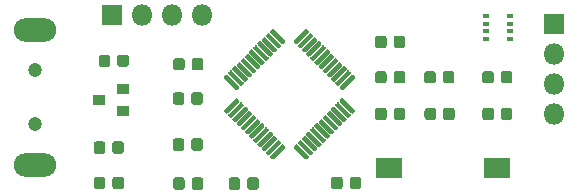
<source format=gts>
G04 #@! TF.GenerationSoftware,KiCad,Pcbnew,(5.1.5)-3*
G04 #@! TF.CreationDate,2021-06-16T23:05:42+07:00*
G04 #@! TF.ProjectId,meteo_mini,6d657465-6f5f-46d6-996e-692e6b696361,rev?*
G04 #@! TF.SameCoordinates,Original*
G04 #@! TF.FileFunction,Soldermask,Top*
G04 #@! TF.FilePolarity,Negative*
%FSLAX46Y46*%
G04 Gerber Fmt 4.6, Leading zero omitted, Abs format (unit mm)*
G04 Created by KiCad (PCBNEW (5.1.5)-3) date 2021-06-16 23:05:42*
%MOMM*%
%LPD*%
G04 APERTURE LIST*
%ADD10C,0.100000*%
%ADD11O,1.800000X1.800000*%
%ADD12R,1.800000X1.800000*%
%ADD13O,3.600000X2.000000*%
%ADD14C,1.200000*%
%ADD15R,1.000000X0.900000*%
%ADD16R,0.600000X0.450000*%
%ADD17R,2.280000X1.700000*%
G04 APERTURE END LIST*
D10*
G36*
X106037270Y-45450742D02*
G01*
X106046977Y-45452181D01*
X106056496Y-45454566D01*
X106065736Y-45457872D01*
X106074608Y-45462068D01*
X106083025Y-45467113D01*
X106090907Y-45472959D01*
X106098179Y-45479549D01*
X107070451Y-46451821D01*
X107077041Y-46459093D01*
X107082887Y-46466975D01*
X107087932Y-46475392D01*
X107092128Y-46484264D01*
X107095434Y-46493504D01*
X107097819Y-46503023D01*
X107099258Y-46512730D01*
X107099740Y-46522532D01*
X107099258Y-46532334D01*
X107097819Y-46542041D01*
X107095434Y-46551560D01*
X107092128Y-46560800D01*
X107087932Y-46569672D01*
X107082887Y-46578089D01*
X107077041Y-46585971D01*
X107070451Y-46593243D01*
X106929029Y-46734665D01*
X106921757Y-46741255D01*
X106913875Y-46747101D01*
X106905458Y-46752146D01*
X106896586Y-46756342D01*
X106887346Y-46759648D01*
X106877827Y-46762033D01*
X106868120Y-46763472D01*
X106858318Y-46763954D01*
X106848516Y-46763472D01*
X106838809Y-46762033D01*
X106829290Y-46759648D01*
X106820050Y-46756342D01*
X106811178Y-46752146D01*
X106802761Y-46747101D01*
X106794879Y-46741255D01*
X106787607Y-46734665D01*
X105815335Y-45762393D01*
X105808745Y-45755121D01*
X105802899Y-45747239D01*
X105797854Y-45738822D01*
X105793658Y-45729950D01*
X105790352Y-45720710D01*
X105787967Y-45711191D01*
X105786528Y-45701484D01*
X105786046Y-45691682D01*
X105786528Y-45681880D01*
X105787967Y-45672173D01*
X105790352Y-45662654D01*
X105793658Y-45653414D01*
X105797854Y-45644542D01*
X105802899Y-45636125D01*
X105808745Y-45628243D01*
X105815335Y-45620971D01*
X105956757Y-45479549D01*
X105964029Y-45472959D01*
X105971911Y-45467113D01*
X105980328Y-45462068D01*
X105989200Y-45457872D01*
X105998440Y-45454566D01*
X106007959Y-45452181D01*
X106017666Y-45450742D01*
X106027468Y-45450260D01*
X106037270Y-45450742D01*
G37*
G36*
X106390824Y-45097188D02*
G01*
X106400531Y-45098627D01*
X106410050Y-45101012D01*
X106419290Y-45104318D01*
X106428162Y-45108514D01*
X106436579Y-45113559D01*
X106444461Y-45119405D01*
X106451733Y-45125995D01*
X107424005Y-46098267D01*
X107430595Y-46105539D01*
X107436441Y-46113421D01*
X107441486Y-46121838D01*
X107445682Y-46130710D01*
X107448988Y-46139950D01*
X107451373Y-46149469D01*
X107452812Y-46159176D01*
X107453294Y-46168978D01*
X107452812Y-46178780D01*
X107451373Y-46188487D01*
X107448988Y-46198006D01*
X107445682Y-46207246D01*
X107441486Y-46216118D01*
X107436441Y-46224535D01*
X107430595Y-46232417D01*
X107424005Y-46239689D01*
X107282583Y-46381111D01*
X107275311Y-46387701D01*
X107267429Y-46393547D01*
X107259012Y-46398592D01*
X107250140Y-46402788D01*
X107240900Y-46406094D01*
X107231381Y-46408479D01*
X107221674Y-46409918D01*
X107211872Y-46410400D01*
X107202070Y-46409918D01*
X107192363Y-46408479D01*
X107182844Y-46406094D01*
X107173604Y-46402788D01*
X107164732Y-46398592D01*
X107156315Y-46393547D01*
X107148433Y-46387701D01*
X107141161Y-46381111D01*
X106168889Y-45408839D01*
X106162299Y-45401567D01*
X106156453Y-45393685D01*
X106151408Y-45385268D01*
X106147212Y-45376396D01*
X106143906Y-45367156D01*
X106141521Y-45357637D01*
X106140082Y-45347930D01*
X106139600Y-45338128D01*
X106140082Y-45328326D01*
X106141521Y-45318619D01*
X106143906Y-45309100D01*
X106147212Y-45299860D01*
X106151408Y-45290988D01*
X106156453Y-45282571D01*
X106162299Y-45274689D01*
X106168889Y-45267417D01*
X106310311Y-45125995D01*
X106317583Y-45119405D01*
X106325465Y-45113559D01*
X106333882Y-45108514D01*
X106342754Y-45104318D01*
X106351994Y-45101012D01*
X106361513Y-45098627D01*
X106371220Y-45097188D01*
X106381022Y-45096706D01*
X106390824Y-45097188D01*
G37*
G36*
X106744377Y-44743635D02*
G01*
X106754084Y-44745074D01*
X106763603Y-44747459D01*
X106772843Y-44750765D01*
X106781715Y-44754961D01*
X106790132Y-44760006D01*
X106798014Y-44765852D01*
X106805286Y-44772442D01*
X107777558Y-45744714D01*
X107784148Y-45751986D01*
X107789994Y-45759868D01*
X107795039Y-45768285D01*
X107799235Y-45777157D01*
X107802541Y-45786397D01*
X107804926Y-45795916D01*
X107806365Y-45805623D01*
X107806847Y-45815425D01*
X107806365Y-45825227D01*
X107804926Y-45834934D01*
X107802541Y-45844453D01*
X107799235Y-45853693D01*
X107795039Y-45862565D01*
X107789994Y-45870982D01*
X107784148Y-45878864D01*
X107777558Y-45886136D01*
X107636136Y-46027558D01*
X107628864Y-46034148D01*
X107620982Y-46039994D01*
X107612565Y-46045039D01*
X107603693Y-46049235D01*
X107594453Y-46052541D01*
X107584934Y-46054926D01*
X107575227Y-46056365D01*
X107565425Y-46056847D01*
X107555623Y-46056365D01*
X107545916Y-46054926D01*
X107536397Y-46052541D01*
X107527157Y-46049235D01*
X107518285Y-46045039D01*
X107509868Y-46039994D01*
X107501986Y-46034148D01*
X107494714Y-46027558D01*
X106522442Y-45055286D01*
X106515852Y-45048014D01*
X106510006Y-45040132D01*
X106504961Y-45031715D01*
X106500765Y-45022843D01*
X106497459Y-45013603D01*
X106495074Y-45004084D01*
X106493635Y-44994377D01*
X106493153Y-44984575D01*
X106493635Y-44974773D01*
X106495074Y-44965066D01*
X106497459Y-44955547D01*
X106500765Y-44946307D01*
X106504961Y-44937435D01*
X106510006Y-44929018D01*
X106515852Y-44921136D01*
X106522442Y-44913864D01*
X106663864Y-44772442D01*
X106671136Y-44765852D01*
X106679018Y-44760006D01*
X106687435Y-44754961D01*
X106696307Y-44750765D01*
X106705547Y-44747459D01*
X106715066Y-44745074D01*
X106724773Y-44743635D01*
X106734575Y-44743153D01*
X106744377Y-44743635D01*
G37*
G36*
X107097931Y-44390081D02*
G01*
X107107638Y-44391520D01*
X107117157Y-44393905D01*
X107126397Y-44397211D01*
X107135269Y-44401407D01*
X107143686Y-44406452D01*
X107151568Y-44412298D01*
X107158840Y-44418888D01*
X108131112Y-45391160D01*
X108137702Y-45398432D01*
X108143548Y-45406314D01*
X108148593Y-45414731D01*
X108152789Y-45423603D01*
X108156095Y-45432843D01*
X108158480Y-45442362D01*
X108159919Y-45452069D01*
X108160401Y-45461871D01*
X108159919Y-45471673D01*
X108158480Y-45481380D01*
X108156095Y-45490899D01*
X108152789Y-45500139D01*
X108148593Y-45509011D01*
X108143548Y-45517428D01*
X108137702Y-45525310D01*
X108131112Y-45532582D01*
X107989690Y-45674004D01*
X107982418Y-45680594D01*
X107974536Y-45686440D01*
X107966119Y-45691485D01*
X107957247Y-45695681D01*
X107948007Y-45698987D01*
X107938488Y-45701372D01*
X107928781Y-45702811D01*
X107918979Y-45703293D01*
X107909177Y-45702811D01*
X107899470Y-45701372D01*
X107889951Y-45698987D01*
X107880711Y-45695681D01*
X107871839Y-45691485D01*
X107863422Y-45686440D01*
X107855540Y-45680594D01*
X107848268Y-45674004D01*
X106875996Y-44701732D01*
X106869406Y-44694460D01*
X106863560Y-44686578D01*
X106858515Y-44678161D01*
X106854319Y-44669289D01*
X106851013Y-44660049D01*
X106848628Y-44650530D01*
X106847189Y-44640823D01*
X106846707Y-44631021D01*
X106847189Y-44621219D01*
X106848628Y-44611512D01*
X106851013Y-44601993D01*
X106854319Y-44592753D01*
X106858515Y-44583881D01*
X106863560Y-44575464D01*
X106869406Y-44567582D01*
X106875996Y-44560310D01*
X107017418Y-44418888D01*
X107024690Y-44412298D01*
X107032572Y-44406452D01*
X107040989Y-44401407D01*
X107049861Y-44397211D01*
X107059101Y-44393905D01*
X107068620Y-44391520D01*
X107078327Y-44390081D01*
X107088129Y-44389599D01*
X107097931Y-44390081D01*
G37*
G36*
X107451484Y-44036528D02*
G01*
X107461191Y-44037967D01*
X107470710Y-44040352D01*
X107479950Y-44043658D01*
X107488822Y-44047854D01*
X107497239Y-44052899D01*
X107505121Y-44058745D01*
X107512393Y-44065335D01*
X108484665Y-45037607D01*
X108491255Y-45044879D01*
X108497101Y-45052761D01*
X108502146Y-45061178D01*
X108506342Y-45070050D01*
X108509648Y-45079290D01*
X108512033Y-45088809D01*
X108513472Y-45098516D01*
X108513954Y-45108318D01*
X108513472Y-45118120D01*
X108512033Y-45127827D01*
X108509648Y-45137346D01*
X108506342Y-45146586D01*
X108502146Y-45155458D01*
X108497101Y-45163875D01*
X108491255Y-45171757D01*
X108484665Y-45179029D01*
X108343243Y-45320451D01*
X108335971Y-45327041D01*
X108328089Y-45332887D01*
X108319672Y-45337932D01*
X108310800Y-45342128D01*
X108301560Y-45345434D01*
X108292041Y-45347819D01*
X108282334Y-45349258D01*
X108272532Y-45349740D01*
X108262730Y-45349258D01*
X108253023Y-45347819D01*
X108243504Y-45345434D01*
X108234264Y-45342128D01*
X108225392Y-45337932D01*
X108216975Y-45332887D01*
X108209093Y-45327041D01*
X108201821Y-45320451D01*
X107229549Y-44348179D01*
X107222959Y-44340907D01*
X107217113Y-44333025D01*
X107212068Y-44324608D01*
X107207872Y-44315736D01*
X107204566Y-44306496D01*
X107202181Y-44296977D01*
X107200742Y-44287270D01*
X107200260Y-44277468D01*
X107200742Y-44267666D01*
X107202181Y-44257959D01*
X107204566Y-44248440D01*
X107207872Y-44239200D01*
X107212068Y-44230328D01*
X107217113Y-44221911D01*
X107222959Y-44214029D01*
X107229549Y-44206757D01*
X107370971Y-44065335D01*
X107378243Y-44058745D01*
X107386125Y-44052899D01*
X107394542Y-44047854D01*
X107403414Y-44043658D01*
X107412654Y-44040352D01*
X107422173Y-44037967D01*
X107431880Y-44036528D01*
X107441682Y-44036046D01*
X107451484Y-44036528D01*
G37*
G36*
X107805037Y-43682975D02*
G01*
X107814744Y-43684414D01*
X107824263Y-43686799D01*
X107833503Y-43690105D01*
X107842375Y-43694301D01*
X107850792Y-43699346D01*
X107858674Y-43705192D01*
X107865946Y-43711782D01*
X108838218Y-44684054D01*
X108844808Y-44691326D01*
X108850654Y-44699208D01*
X108855699Y-44707625D01*
X108859895Y-44716497D01*
X108863201Y-44725737D01*
X108865586Y-44735256D01*
X108867025Y-44744963D01*
X108867507Y-44754765D01*
X108867025Y-44764567D01*
X108865586Y-44774274D01*
X108863201Y-44783793D01*
X108859895Y-44793033D01*
X108855699Y-44801905D01*
X108850654Y-44810322D01*
X108844808Y-44818204D01*
X108838218Y-44825476D01*
X108696796Y-44966898D01*
X108689524Y-44973488D01*
X108681642Y-44979334D01*
X108673225Y-44984379D01*
X108664353Y-44988575D01*
X108655113Y-44991881D01*
X108645594Y-44994266D01*
X108635887Y-44995705D01*
X108626085Y-44996187D01*
X108616283Y-44995705D01*
X108606576Y-44994266D01*
X108597057Y-44991881D01*
X108587817Y-44988575D01*
X108578945Y-44984379D01*
X108570528Y-44979334D01*
X108562646Y-44973488D01*
X108555374Y-44966898D01*
X107583102Y-43994626D01*
X107576512Y-43987354D01*
X107570666Y-43979472D01*
X107565621Y-43971055D01*
X107561425Y-43962183D01*
X107558119Y-43952943D01*
X107555734Y-43943424D01*
X107554295Y-43933717D01*
X107553813Y-43923915D01*
X107554295Y-43914113D01*
X107555734Y-43904406D01*
X107558119Y-43894887D01*
X107561425Y-43885647D01*
X107565621Y-43876775D01*
X107570666Y-43868358D01*
X107576512Y-43860476D01*
X107583102Y-43853204D01*
X107724524Y-43711782D01*
X107731796Y-43705192D01*
X107739678Y-43699346D01*
X107748095Y-43694301D01*
X107756967Y-43690105D01*
X107766207Y-43686799D01*
X107775726Y-43684414D01*
X107785433Y-43682975D01*
X107795235Y-43682493D01*
X107805037Y-43682975D01*
G37*
G36*
X108158591Y-43329421D02*
G01*
X108168298Y-43330860D01*
X108177817Y-43333245D01*
X108187057Y-43336551D01*
X108195929Y-43340747D01*
X108204346Y-43345792D01*
X108212228Y-43351638D01*
X108219500Y-43358228D01*
X109191772Y-44330500D01*
X109198362Y-44337772D01*
X109204208Y-44345654D01*
X109209253Y-44354071D01*
X109213449Y-44362943D01*
X109216755Y-44372183D01*
X109219140Y-44381702D01*
X109220579Y-44391409D01*
X109221061Y-44401211D01*
X109220579Y-44411013D01*
X109219140Y-44420720D01*
X109216755Y-44430239D01*
X109213449Y-44439479D01*
X109209253Y-44448351D01*
X109204208Y-44456768D01*
X109198362Y-44464650D01*
X109191772Y-44471922D01*
X109050350Y-44613344D01*
X109043078Y-44619934D01*
X109035196Y-44625780D01*
X109026779Y-44630825D01*
X109017907Y-44635021D01*
X109008667Y-44638327D01*
X108999148Y-44640712D01*
X108989441Y-44642151D01*
X108979639Y-44642633D01*
X108969837Y-44642151D01*
X108960130Y-44640712D01*
X108950611Y-44638327D01*
X108941371Y-44635021D01*
X108932499Y-44630825D01*
X108924082Y-44625780D01*
X108916200Y-44619934D01*
X108908928Y-44613344D01*
X107936656Y-43641072D01*
X107930066Y-43633800D01*
X107924220Y-43625918D01*
X107919175Y-43617501D01*
X107914979Y-43608629D01*
X107911673Y-43599389D01*
X107909288Y-43589870D01*
X107907849Y-43580163D01*
X107907367Y-43570361D01*
X107907849Y-43560559D01*
X107909288Y-43550852D01*
X107911673Y-43541333D01*
X107914979Y-43532093D01*
X107919175Y-43523221D01*
X107924220Y-43514804D01*
X107930066Y-43506922D01*
X107936656Y-43499650D01*
X108078078Y-43358228D01*
X108085350Y-43351638D01*
X108093232Y-43345792D01*
X108101649Y-43340747D01*
X108110521Y-43336551D01*
X108119761Y-43333245D01*
X108129280Y-43330860D01*
X108138987Y-43329421D01*
X108148789Y-43328939D01*
X108158591Y-43329421D01*
G37*
G36*
X108512144Y-42975868D02*
G01*
X108521851Y-42977307D01*
X108531370Y-42979692D01*
X108540610Y-42982998D01*
X108549482Y-42987194D01*
X108557899Y-42992239D01*
X108565781Y-42998085D01*
X108573053Y-43004675D01*
X109545325Y-43976947D01*
X109551915Y-43984219D01*
X109557761Y-43992101D01*
X109562806Y-44000518D01*
X109567002Y-44009390D01*
X109570308Y-44018630D01*
X109572693Y-44028149D01*
X109574132Y-44037856D01*
X109574614Y-44047658D01*
X109574132Y-44057460D01*
X109572693Y-44067167D01*
X109570308Y-44076686D01*
X109567002Y-44085926D01*
X109562806Y-44094798D01*
X109557761Y-44103215D01*
X109551915Y-44111097D01*
X109545325Y-44118369D01*
X109403903Y-44259791D01*
X109396631Y-44266381D01*
X109388749Y-44272227D01*
X109380332Y-44277272D01*
X109371460Y-44281468D01*
X109362220Y-44284774D01*
X109352701Y-44287159D01*
X109342994Y-44288598D01*
X109333192Y-44289080D01*
X109323390Y-44288598D01*
X109313683Y-44287159D01*
X109304164Y-44284774D01*
X109294924Y-44281468D01*
X109286052Y-44277272D01*
X109277635Y-44272227D01*
X109269753Y-44266381D01*
X109262481Y-44259791D01*
X108290209Y-43287519D01*
X108283619Y-43280247D01*
X108277773Y-43272365D01*
X108272728Y-43263948D01*
X108268532Y-43255076D01*
X108265226Y-43245836D01*
X108262841Y-43236317D01*
X108261402Y-43226610D01*
X108260920Y-43216808D01*
X108261402Y-43207006D01*
X108262841Y-43197299D01*
X108265226Y-43187780D01*
X108268532Y-43178540D01*
X108272728Y-43169668D01*
X108277773Y-43161251D01*
X108283619Y-43153369D01*
X108290209Y-43146097D01*
X108431631Y-43004675D01*
X108438903Y-42998085D01*
X108446785Y-42992239D01*
X108455202Y-42987194D01*
X108464074Y-42982998D01*
X108473314Y-42979692D01*
X108482833Y-42977307D01*
X108492540Y-42975868D01*
X108502342Y-42975386D01*
X108512144Y-42975868D01*
G37*
G36*
X108865697Y-42622315D02*
G01*
X108875404Y-42623754D01*
X108884923Y-42626139D01*
X108894163Y-42629445D01*
X108903035Y-42633641D01*
X108911452Y-42638686D01*
X108919334Y-42644532D01*
X108926606Y-42651122D01*
X109898878Y-43623394D01*
X109905468Y-43630666D01*
X109911314Y-43638548D01*
X109916359Y-43646965D01*
X109920555Y-43655837D01*
X109923861Y-43665077D01*
X109926246Y-43674596D01*
X109927685Y-43684303D01*
X109928167Y-43694105D01*
X109927685Y-43703907D01*
X109926246Y-43713614D01*
X109923861Y-43723133D01*
X109920555Y-43732373D01*
X109916359Y-43741245D01*
X109911314Y-43749662D01*
X109905468Y-43757544D01*
X109898878Y-43764816D01*
X109757456Y-43906238D01*
X109750184Y-43912828D01*
X109742302Y-43918674D01*
X109733885Y-43923719D01*
X109725013Y-43927915D01*
X109715773Y-43931221D01*
X109706254Y-43933606D01*
X109696547Y-43935045D01*
X109686745Y-43935527D01*
X109676943Y-43935045D01*
X109667236Y-43933606D01*
X109657717Y-43931221D01*
X109648477Y-43927915D01*
X109639605Y-43923719D01*
X109631188Y-43918674D01*
X109623306Y-43912828D01*
X109616034Y-43906238D01*
X108643762Y-42933966D01*
X108637172Y-42926694D01*
X108631326Y-42918812D01*
X108626281Y-42910395D01*
X108622085Y-42901523D01*
X108618779Y-42892283D01*
X108616394Y-42882764D01*
X108614955Y-42873057D01*
X108614473Y-42863255D01*
X108614955Y-42853453D01*
X108616394Y-42843746D01*
X108618779Y-42834227D01*
X108622085Y-42824987D01*
X108626281Y-42816115D01*
X108631326Y-42807698D01*
X108637172Y-42799816D01*
X108643762Y-42792544D01*
X108785184Y-42651122D01*
X108792456Y-42644532D01*
X108800338Y-42638686D01*
X108808755Y-42633641D01*
X108817627Y-42629445D01*
X108826867Y-42626139D01*
X108836386Y-42623754D01*
X108846093Y-42622315D01*
X108855895Y-42621833D01*
X108865697Y-42622315D01*
G37*
G36*
X109219251Y-42268761D02*
G01*
X109228958Y-42270200D01*
X109238477Y-42272585D01*
X109247717Y-42275891D01*
X109256589Y-42280087D01*
X109265006Y-42285132D01*
X109272888Y-42290978D01*
X109280160Y-42297568D01*
X110252432Y-43269840D01*
X110259022Y-43277112D01*
X110264868Y-43284994D01*
X110269913Y-43293411D01*
X110274109Y-43302283D01*
X110277415Y-43311523D01*
X110279800Y-43321042D01*
X110281239Y-43330749D01*
X110281721Y-43340551D01*
X110281239Y-43350353D01*
X110279800Y-43360060D01*
X110277415Y-43369579D01*
X110274109Y-43378819D01*
X110269913Y-43387691D01*
X110264868Y-43396108D01*
X110259022Y-43403990D01*
X110252432Y-43411262D01*
X110111010Y-43552684D01*
X110103738Y-43559274D01*
X110095856Y-43565120D01*
X110087439Y-43570165D01*
X110078567Y-43574361D01*
X110069327Y-43577667D01*
X110059808Y-43580052D01*
X110050101Y-43581491D01*
X110040299Y-43581973D01*
X110030497Y-43581491D01*
X110020790Y-43580052D01*
X110011271Y-43577667D01*
X110002031Y-43574361D01*
X109993159Y-43570165D01*
X109984742Y-43565120D01*
X109976860Y-43559274D01*
X109969588Y-43552684D01*
X108997316Y-42580412D01*
X108990726Y-42573140D01*
X108984880Y-42565258D01*
X108979835Y-42556841D01*
X108975639Y-42547969D01*
X108972333Y-42538729D01*
X108969948Y-42529210D01*
X108968509Y-42519503D01*
X108968027Y-42509701D01*
X108968509Y-42499899D01*
X108969948Y-42490192D01*
X108972333Y-42480673D01*
X108975639Y-42471433D01*
X108979835Y-42462561D01*
X108984880Y-42454144D01*
X108990726Y-42446262D01*
X108997316Y-42438990D01*
X109138738Y-42297568D01*
X109146010Y-42290978D01*
X109153892Y-42285132D01*
X109162309Y-42280087D01*
X109171181Y-42275891D01*
X109180421Y-42272585D01*
X109189940Y-42270200D01*
X109199647Y-42268761D01*
X109209449Y-42268279D01*
X109219251Y-42268761D01*
G37*
G36*
X109572804Y-41915208D02*
G01*
X109582511Y-41916647D01*
X109592030Y-41919032D01*
X109601270Y-41922338D01*
X109610142Y-41926534D01*
X109618559Y-41931579D01*
X109626441Y-41937425D01*
X109633713Y-41944015D01*
X110605985Y-42916287D01*
X110612575Y-42923559D01*
X110618421Y-42931441D01*
X110623466Y-42939858D01*
X110627662Y-42948730D01*
X110630968Y-42957970D01*
X110633353Y-42967489D01*
X110634792Y-42977196D01*
X110635274Y-42986998D01*
X110634792Y-42996800D01*
X110633353Y-43006507D01*
X110630968Y-43016026D01*
X110627662Y-43025266D01*
X110623466Y-43034138D01*
X110618421Y-43042555D01*
X110612575Y-43050437D01*
X110605985Y-43057709D01*
X110464563Y-43199131D01*
X110457291Y-43205721D01*
X110449409Y-43211567D01*
X110440992Y-43216612D01*
X110432120Y-43220808D01*
X110422880Y-43224114D01*
X110413361Y-43226499D01*
X110403654Y-43227938D01*
X110393852Y-43228420D01*
X110384050Y-43227938D01*
X110374343Y-43226499D01*
X110364824Y-43224114D01*
X110355584Y-43220808D01*
X110346712Y-43216612D01*
X110338295Y-43211567D01*
X110330413Y-43205721D01*
X110323141Y-43199131D01*
X109350869Y-42226859D01*
X109344279Y-42219587D01*
X109338433Y-42211705D01*
X109333388Y-42203288D01*
X109329192Y-42194416D01*
X109325886Y-42185176D01*
X109323501Y-42175657D01*
X109322062Y-42165950D01*
X109321580Y-42156148D01*
X109322062Y-42146346D01*
X109323501Y-42136639D01*
X109325886Y-42127120D01*
X109329192Y-42117880D01*
X109333388Y-42109008D01*
X109338433Y-42100591D01*
X109344279Y-42092709D01*
X109350869Y-42085437D01*
X109492291Y-41944015D01*
X109499563Y-41937425D01*
X109507445Y-41931579D01*
X109515862Y-41926534D01*
X109524734Y-41922338D01*
X109533974Y-41919032D01*
X109543493Y-41916647D01*
X109553200Y-41915208D01*
X109563002Y-41914726D01*
X109572804Y-41915208D01*
G37*
G36*
X109926358Y-41561654D02*
G01*
X109936065Y-41563093D01*
X109945584Y-41565478D01*
X109954824Y-41568784D01*
X109963696Y-41572980D01*
X109972113Y-41578025D01*
X109979995Y-41583871D01*
X109987267Y-41590461D01*
X110959539Y-42562733D01*
X110966129Y-42570005D01*
X110971975Y-42577887D01*
X110977020Y-42586304D01*
X110981216Y-42595176D01*
X110984522Y-42604416D01*
X110986907Y-42613935D01*
X110988346Y-42623642D01*
X110988828Y-42633444D01*
X110988346Y-42643246D01*
X110986907Y-42652953D01*
X110984522Y-42662472D01*
X110981216Y-42671712D01*
X110977020Y-42680584D01*
X110971975Y-42689001D01*
X110966129Y-42696883D01*
X110959539Y-42704155D01*
X110818117Y-42845577D01*
X110810845Y-42852167D01*
X110802963Y-42858013D01*
X110794546Y-42863058D01*
X110785674Y-42867254D01*
X110776434Y-42870560D01*
X110766915Y-42872945D01*
X110757208Y-42874384D01*
X110747406Y-42874866D01*
X110737604Y-42874384D01*
X110727897Y-42872945D01*
X110718378Y-42870560D01*
X110709138Y-42867254D01*
X110700266Y-42863058D01*
X110691849Y-42858013D01*
X110683967Y-42852167D01*
X110676695Y-42845577D01*
X109704423Y-41873305D01*
X109697833Y-41866033D01*
X109691987Y-41858151D01*
X109686942Y-41849734D01*
X109682746Y-41840862D01*
X109679440Y-41831622D01*
X109677055Y-41822103D01*
X109675616Y-41812396D01*
X109675134Y-41802594D01*
X109675616Y-41792792D01*
X109677055Y-41783085D01*
X109679440Y-41773566D01*
X109682746Y-41764326D01*
X109686942Y-41755454D01*
X109691987Y-41747037D01*
X109697833Y-41739155D01*
X109704423Y-41731883D01*
X109845845Y-41590461D01*
X109853117Y-41583871D01*
X109860999Y-41578025D01*
X109869416Y-41572980D01*
X109878288Y-41568784D01*
X109887528Y-41565478D01*
X109897047Y-41563093D01*
X109906754Y-41561654D01*
X109916556Y-41561172D01*
X109926358Y-41561654D01*
G37*
G36*
X110757208Y-39564078D02*
G01*
X110766915Y-39565517D01*
X110776434Y-39567902D01*
X110785674Y-39571208D01*
X110794546Y-39575404D01*
X110802963Y-39580449D01*
X110810845Y-39586295D01*
X110818117Y-39592885D01*
X110959539Y-39734307D01*
X110966129Y-39741579D01*
X110971975Y-39749461D01*
X110977020Y-39757878D01*
X110981216Y-39766750D01*
X110984522Y-39775990D01*
X110986907Y-39785509D01*
X110988346Y-39795216D01*
X110988828Y-39805018D01*
X110988346Y-39814820D01*
X110986907Y-39824527D01*
X110984522Y-39834046D01*
X110981216Y-39843286D01*
X110977020Y-39852158D01*
X110971975Y-39860575D01*
X110966129Y-39868457D01*
X110959539Y-39875729D01*
X109987267Y-40848001D01*
X109979995Y-40854591D01*
X109972113Y-40860437D01*
X109963696Y-40865482D01*
X109954824Y-40869678D01*
X109945584Y-40872984D01*
X109936065Y-40875369D01*
X109926358Y-40876808D01*
X109916556Y-40877290D01*
X109906754Y-40876808D01*
X109897047Y-40875369D01*
X109887528Y-40872984D01*
X109878288Y-40869678D01*
X109869416Y-40865482D01*
X109860999Y-40860437D01*
X109853117Y-40854591D01*
X109845845Y-40848001D01*
X109704423Y-40706579D01*
X109697833Y-40699307D01*
X109691987Y-40691425D01*
X109686942Y-40683008D01*
X109682746Y-40674136D01*
X109679440Y-40664896D01*
X109677055Y-40655377D01*
X109675616Y-40645670D01*
X109675134Y-40635868D01*
X109675616Y-40626066D01*
X109677055Y-40616359D01*
X109679440Y-40606840D01*
X109682746Y-40597600D01*
X109686942Y-40588728D01*
X109691987Y-40580311D01*
X109697833Y-40572429D01*
X109704423Y-40565157D01*
X110676695Y-39592885D01*
X110683967Y-39586295D01*
X110691849Y-39580449D01*
X110700266Y-39575404D01*
X110709138Y-39571208D01*
X110718378Y-39567902D01*
X110727897Y-39565517D01*
X110737604Y-39564078D01*
X110747406Y-39563596D01*
X110757208Y-39564078D01*
G37*
G36*
X110403654Y-39210524D02*
G01*
X110413361Y-39211963D01*
X110422880Y-39214348D01*
X110432120Y-39217654D01*
X110440992Y-39221850D01*
X110449409Y-39226895D01*
X110457291Y-39232741D01*
X110464563Y-39239331D01*
X110605985Y-39380753D01*
X110612575Y-39388025D01*
X110618421Y-39395907D01*
X110623466Y-39404324D01*
X110627662Y-39413196D01*
X110630968Y-39422436D01*
X110633353Y-39431955D01*
X110634792Y-39441662D01*
X110635274Y-39451464D01*
X110634792Y-39461266D01*
X110633353Y-39470973D01*
X110630968Y-39480492D01*
X110627662Y-39489732D01*
X110623466Y-39498604D01*
X110618421Y-39507021D01*
X110612575Y-39514903D01*
X110605985Y-39522175D01*
X109633713Y-40494447D01*
X109626441Y-40501037D01*
X109618559Y-40506883D01*
X109610142Y-40511928D01*
X109601270Y-40516124D01*
X109592030Y-40519430D01*
X109582511Y-40521815D01*
X109572804Y-40523254D01*
X109563002Y-40523736D01*
X109553200Y-40523254D01*
X109543493Y-40521815D01*
X109533974Y-40519430D01*
X109524734Y-40516124D01*
X109515862Y-40511928D01*
X109507445Y-40506883D01*
X109499563Y-40501037D01*
X109492291Y-40494447D01*
X109350869Y-40353025D01*
X109344279Y-40345753D01*
X109338433Y-40337871D01*
X109333388Y-40329454D01*
X109329192Y-40320582D01*
X109325886Y-40311342D01*
X109323501Y-40301823D01*
X109322062Y-40292116D01*
X109321580Y-40282314D01*
X109322062Y-40272512D01*
X109323501Y-40262805D01*
X109325886Y-40253286D01*
X109329192Y-40244046D01*
X109333388Y-40235174D01*
X109338433Y-40226757D01*
X109344279Y-40218875D01*
X109350869Y-40211603D01*
X110323141Y-39239331D01*
X110330413Y-39232741D01*
X110338295Y-39226895D01*
X110346712Y-39221850D01*
X110355584Y-39217654D01*
X110364824Y-39214348D01*
X110374343Y-39211963D01*
X110384050Y-39210524D01*
X110393852Y-39210042D01*
X110403654Y-39210524D01*
G37*
G36*
X110050101Y-38856971D02*
G01*
X110059808Y-38858410D01*
X110069327Y-38860795D01*
X110078567Y-38864101D01*
X110087439Y-38868297D01*
X110095856Y-38873342D01*
X110103738Y-38879188D01*
X110111010Y-38885778D01*
X110252432Y-39027200D01*
X110259022Y-39034472D01*
X110264868Y-39042354D01*
X110269913Y-39050771D01*
X110274109Y-39059643D01*
X110277415Y-39068883D01*
X110279800Y-39078402D01*
X110281239Y-39088109D01*
X110281721Y-39097911D01*
X110281239Y-39107713D01*
X110279800Y-39117420D01*
X110277415Y-39126939D01*
X110274109Y-39136179D01*
X110269913Y-39145051D01*
X110264868Y-39153468D01*
X110259022Y-39161350D01*
X110252432Y-39168622D01*
X109280160Y-40140894D01*
X109272888Y-40147484D01*
X109265006Y-40153330D01*
X109256589Y-40158375D01*
X109247717Y-40162571D01*
X109238477Y-40165877D01*
X109228958Y-40168262D01*
X109219251Y-40169701D01*
X109209449Y-40170183D01*
X109199647Y-40169701D01*
X109189940Y-40168262D01*
X109180421Y-40165877D01*
X109171181Y-40162571D01*
X109162309Y-40158375D01*
X109153892Y-40153330D01*
X109146010Y-40147484D01*
X109138738Y-40140894D01*
X108997316Y-39999472D01*
X108990726Y-39992200D01*
X108984880Y-39984318D01*
X108979835Y-39975901D01*
X108975639Y-39967029D01*
X108972333Y-39957789D01*
X108969948Y-39948270D01*
X108968509Y-39938563D01*
X108968027Y-39928761D01*
X108968509Y-39918959D01*
X108969948Y-39909252D01*
X108972333Y-39899733D01*
X108975639Y-39890493D01*
X108979835Y-39881621D01*
X108984880Y-39873204D01*
X108990726Y-39865322D01*
X108997316Y-39858050D01*
X109969588Y-38885778D01*
X109976860Y-38879188D01*
X109984742Y-38873342D01*
X109993159Y-38868297D01*
X110002031Y-38864101D01*
X110011271Y-38860795D01*
X110020790Y-38858410D01*
X110030497Y-38856971D01*
X110040299Y-38856489D01*
X110050101Y-38856971D01*
G37*
G36*
X109696547Y-38503417D02*
G01*
X109706254Y-38504856D01*
X109715773Y-38507241D01*
X109725013Y-38510547D01*
X109733885Y-38514743D01*
X109742302Y-38519788D01*
X109750184Y-38525634D01*
X109757456Y-38532224D01*
X109898878Y-38673646D01*
X109905468Y-38680918D01*
X109911314Y-38688800D01*
X109916359Y-38697217D01*
X109920555Y-38706089D01*
X109923861Y-38715329D01*
X109926246Y-38724848D01*
X109927685Y-38734555D01*
X109928167Y-38744357D01*
X109927685Y-38754159D01*
X109926246Y-38763866D01*
X109923861Y-38773385D01*
X109920555Y-38782625D01*
X109916359Y-38791497D01*
X109911314Y-38799914D01*
X109905468Y-38807796D01*
X109898878Y-38815068D01*
X108926606Y-39787340D01*
X108919334Y-39793930D01*
X108911452Y-39799776D01*
X108903035Y-39804821D01*
X108894163Y-39809017D01*
X108884923Y-39812323D01*
X108875404Y-39814708D01*
X108865697Y-39816147D01*
X108855895Y-39816629D01*
X108846093Y-39816147D01*
X108836386Y-39814708D01*
X108826867Y-39812323D01*
X108817627Y-39809017D01*
X108808755Y-39804821D01*
X108800338Y-39799776D01*
X108792456Y-39793930D01*
X108785184Y-39787340D01*
X108643762Y-39645918D01*
X108637172Y-39638646D01*
X108631326Y-39630764D01*
X108626281Y-39622347D01*
X108622085Y-39613475D01*
X108618779Y-39604235D01*
X108616394Y-39594716D01*
X108614955Y-39585009D01*
X108614473Y-39575207D01*
X108614955Y-39565405D01*
X108616394Y-39555698D01*
X108618779Y-39546179D01*
X108622085Y-39536939D01*
X108626281Y-39528067D01*
X108631326Y-39519650D01*
X108637172Y-39511768D01*
X108643762Y-39504496D01*
X109616034Y-38532224D01*
X109623306Y-38525634D01*
X109631188Y-38519788D01*
X109639605Y-38514743D01*
X109648477Y-38510547D01*
X109657717Y-38507241D01*
X109667236Y-38504856D01*
X109676943Y-38503417D01*
X109686745Y-38502935D01*
X109696547Y-38503417D01*
G37*
G36*
X109342994Y-38149864D02*
G01*
X109352701Y-38151303D01*
X109362220Y-38153688D01*
X109371460Y-38156994D01*
X109380332Y-38161190D01*
X109388749Y-38166235D01*
X109396631Y-38172081D01*
X109403903Y-38178671D01*
X109545325Y-38320093D01*
X109551915Y-38327365D01*
X109557761Y-38335247D01*
X109562806Y-38343664D01*
X109567002Y-38352536D01*
X109570308Y-38361776D01*
X109572693Y-38371295D01*
X109574132Y-38381002D01*
X109574614Y-38390804D01*
X109574132Y-38400606D01*
X109572693Y-38410313D01*
X109570308Y-38419832D01*
X109567002Y-38429072D01*
X109562806Y-38437944D01*
X109557761Y-38446361D01*
X109551915Y-38454243D01*
X109545325Y-38461515D01*
X108573053Y-39433787D01*
X108565781Y-39440377D01*
X108557899Y-39446223D01*
X108549482Y-39451268D01*
X108540610Y-39455464D01*
X108531370Y-39458770D01*
X108521851Y-39461155D01*
X108512144Y-39462594D01*
X108502342Y-39463076D01*
X108492540Y-39462594D01*
X108482833Y-39461155D01*
X108473314Y-39458770D01*
X108464074Y-39455464D01*
X108455202Y-39451268D01*
X108446785Y-39446223D01*
X108438903Y-39440377D01*
X108431631Y-39433787D01*
X108290209Y-39292365D01*
X108283619Y-39285093D01*
X108277773Y-39277211D01*
X108272728Y-39268794D01*
X108268532Y-39259922D01*
X108265226Y-39250682D01*
X108262841Y-39241163D01*
X108261402Y-39231456D01*
X108260920Y-39221654D01*
X108261402Y-39211852D01*
X108262841Y-39202145D01*
X108265226Y-39192626D01*
X108268532Y-39183386D01*
X108272728Y-39174514D01*
X108277773Y-39166097D01*
X108283619Y-39158215D01*
X108290209Y-39150943D01*
X109262481Y-38178671D01*
X109269753Y-38172081D01*
X109277635Y-38166235D01*
X109286052Y-38161190D01*
X109294924Y-38156994D01*
X109304164Y-38153688D01*
X109313683Y-38151303D01*
X109323390Y-38149864D01*
X109333192Y-38149382D01*
X109342994Y-38149864D01*
G37*
G36*
X108989441Y-37796311D02*
G01*
X108999148Y-37797750D01*
X109008667Y-37800135D01*
X109017907Y-37803441D01*
X109026779Y-37807637D01*
X109035196Y-37812682D01*
X109043078Y-37818528D01*
X109050350Y-37825118D01*
X109191772Y-37966540D01*
X109198362Y-37973812D01*
X109204208Y-37981694D01*
X109209253Y-37990111D01*
X109213449Y-37998983D01*
X109216755Y-38008223D01*
X109219140Y-38017742D01*
X109220579Y-38027449D01*
X109221061Y-38037251D01*
X109220579Y-38047053D01*
X109219140Y-38056760D01*
X109216755Y-38066279D01*
X109213449Y-38075519D01*
X109209253Y-38084391D01*
X109204208Y-38092808D01*
X109198362Y-38100690D01*
X109191772Y-38107962D01*
X108219500Y-39080234D01*
X108212228Y-39086824D01*
X108204346Y-39092670D01*
X108195929Y-39097715D01*
X108187057Y-39101911D01*
X108177817Y-39105217D01*
X108168298Y-39107602D01*
X108158591Y-39109041D01*
X108148789Y-39109523D01*
X108138987Y-39109041D01*
X108129280Y-39107602D01*
X108119761Y-39105217D01*
X108110521Y-39101911D01*
X108101649Y-39097715D01*
X108093232Y-39092670D01*
X108085350Y-39086824D01*
X108078078Y-39080234D01*
X107936656Y-38938812D01*
X107930066Y-38931540D01*
X107924220Y-38923658D01*
X107919175Y-38915241D01*
X107914979Y-38906369D01*
X107911673Y-38897129D01*
X107909288Y-38887610D01*
X107907849Y-38877903D01*
X107907367Y-38868101D01*
X107907849Y-38858299D01*
X107909288Y-38848592D01*
X107911673Y-38839073D01*
X107914979Y-38829833D01*
X107919175Y-38820961D01*
X107924220Y-38812544D01*
X107930066Y-38804662D01*
X107936656Y-38797390D01*
X108908928Y-37825118D01*
X108916200Y-37818528D01*
X108924082Y-37812682D01*
X108932499Y-37807637D01*
X108941371Y-37803441D01*
X108950611Y-37800135D01*
X108960130Y-37797750D01*
X108969837Y-37796311D01*
X108979639Y-37795829D01*
X108989441Y-37796311D01*
G37*
G36*
X108635887Y-37442757D02*
G01*
X108645594Y-37444196D01*
X108655113Y-37446581D01*
X108664353Y-37449887D01*
X108673225Y-37454083D01*
X108681642Y-37459128D01*
X108689524Y-37464974D01*
X108696796Y-37471564D01*
X108838218Y-37612986D01*
X108844808Y-37620258D01*
X108850654Y-37628140D01*
X108855699Y-37636557D01*
X108859895Y-37645429D01*
X108863201Y-37654669D01*
X108865586Y-37664188D01*
X108867025Y-37673895D01*
X108867507Y-37683697D01*
X108867025Y-37693499D01*
X108865586Y-37703206D01*
X108863201Y-37712725D01*
X108859895Y-37721965D01*
X108855699Y-37730837D01*
X108850654Y-37739254D01*
X108844808Y-37747136D01*
X108838218Y-37754408D01*
X107865946Y-38726680D01*
X107858674Y-38733270D01*
X107850792Y-38739116D01*
X107842375Y-38744161D01*
X107833503Y-38748357D01*
X107824263Y-38751663D01*
X107814744Y-38754048D01*
X107805037Y-38755487D01*
X107795235Y-38755969D01*
X107785433Y-38755487D01*
X107775726Y-38754048D01*
X107766207Y-38751663D01*
X107756967Y-38748357D01*
X107748095Y-38744161D01*
X107739678Y-38739116D01*
X107731796Y-38733270D01*
X107724524Y-38726680D01*
X107583102Y-38585258D01*
X107576512Y-38577986D01*
X107570666Y-38570104D01*
X107565621Y-38561687D01*
X107561425Y-38552815D01*
X107558119Y-38543575D01*
X107555734Y-38534056D01*
X107554295Y-38524349D01*
X107553813Y-38514547D01*
X107554295Y-38504745D01*
X107555734Y-38495038D01*
X107558119Y-38485519D01*
X107561425Y-38476279D01*
X107565621Y-38467407D01*
X107570666Y-38458990D01*
X107576512Y-38451108D01*
X107583102Y-38443836D01*
X108555374Y-37471564D01*
X108562646Y-37464974D01*
X108570528Y-37459128D01*
X108578945Y-37454083D01*
X108587817Y-37449887D01*
X108597057Y-37446581D01*
X108606576Y-37444196D01*
X108616283Y-37442757D01*
X108626085Y-37442275D01*
X108635887Y-37442757D01*
G37*
G36*
X108282334Y-37089204D02*
G01*
X108292041Y-37090643D01*
X108301560Y-37093028D01*
X108310800Y-37096334D01*
X108319672Y-37100530D01*
X108328089Y-37105575D01*
X108335971Y-37111421D01*
X108343243Y-37118011D01*
X108484665Y-37259433D01*
X108491255Y-37266705D01*
X108497101Y-37274587D01*
X108502146Y-37283004D01*
X108506342Y-37291876D01*
X108509648Y-37301116D01*
X108512033Y-37310635D01*
X108513472Y-37320342D01*
X108513954Y-37330144D01*
X108513472Y-37339946D01*
X108512033Y-37349653D01*
X108509648Y-37359172D01*
X108506342Y-37368412D01*
X108502146Y-37377284D01*
X108497101Y-37385701D01*
X108491255Y-37393583D01*
X108484665Y-37400855D01*
X107512393Y-38373127D01*
X107505121Y-38379717D01*
X107497239Y-38385563D01*
X107488822Y-38390608D01*
X107479950Y-38394804D01*
X107470710Y-38398110D01*
X107461191Y-38400495D01*
X107451484Y-38401934D01*
X107441682Y-38402416D01*
X107431880Y-38401934D01*
X107422173Y-38400495D01*
X107412654Y-38398110D01*
X107403414Y-38394804D01*
X107394542Y-38390608D01*
X107386125Y-38385563D01*
X107378243Y-38379717D01*
X107370971Y-38373127D01*
X107229549Y-38231705D01*
X107222959Y-38224433D01*
X107217113Y-38216551D01*
X107212068Y-38208134D01*
X107207872Y-38199262D01*
X107204566Y-38190022D01*
X107202181Y-38180503D01*
X107200742Y-38170796D01*
X107200260Y-38160994D01*
X107200742Y-38151192D01*
X107202181Y-38141485D01*
X107204566Y-38131966D01*
X107207872Y-38122726D01*
X107212068Y-38113854D01*
X107217113Y-38105437D01*
X107222959Y-38097555D01*
X107229549Y-38090283D01*
X108201821Y-37118011D01*
X108209093Y-37111421D01*
X108216975Y-37105575D01*
X108225392Y-37100530D01*
X108234264Y-37096334D01*
X108243504Y-37093028D01*
X108253023Y-37090643D01*
X108262730Y-37089204D01*
X108272532Y-37088722D01*
X108282334Y-37089204D01*
G37*
G36*
X107928781Y-36735651D02*
G01*
X107938488Y-36737090D01*
X107948007Y-36739475D01*
X107957247Y-36742781D01*
X107966119Y-36746977D01*
X107974536Y-36752022D01*
X107982418Y-36757868D01*
X107989690Y-36764458D01*
X108131112Y-36905880D01*
X108137702Y-36913152D01*
X108143548Y-36921034D01*
X108148593Y-36929451D01*
X108152789Y-36938323D01*
X108156095Y-36947563D01*
X108158480Y-36957082D01*
X108159919Y-36966789D01*
X108160401Y-36976591D01*
X108159919Y-36986393D01*
X108158480Y-36996100D01*
X108156095Y-37005619D01*
X108152789Y-37014859D01*
X108148593Y-37023731D01*
X108143548Y-37032148D01*
X108137702Y-37040030D01*
X108131112Y-37047302D01*
X107158840Y-38019574D01*
X107151568Y-38026164D01*
X107143686Y-38032010D01*
X107135269Y-38037055D01*
X107126397Y-38041251D01*
X107117157Y-38044557D01*
X107107638Y-38046942D01*
X107097931Y-38048381D01*
X107088129Y-38048863D01*
X107078327Y-38048381D01*
X107068620Y-38046942D01*
X107059101Y-38044557D01*
X107049861Y-38041251D01*
X107040989Y-38037055D01*
X107032572Y-38032010D01*
X107024690Y-38026164D01*
X107017418Y-38019574D01*
X106875996Y-37878152D01*
X106869406Y-37870880D01*
X106863560Y-37862998D01*
X106858515Y-37854581D01*
X106854319Y-37845709D01*
X106851013Y-37836469D01*
X106848628Y-37826950D01*
X106847189Y-37817243D01*
X106846707Y-37807441D01*
X106847189Y-37797639D01*
X106848628Y-37787932D01*
X106851013Y-37778413D01*
X106854319Y-37769173D01*
X106858515Y-37760301D01*
X106863560Y-37751884D01*
X106869406Y-37744002D01*
X106875996Y-37736730D01*
X107848268Y-36764458D01*
X107855540Y-36757868D01*
X107863422Y-36752022D01*
X107871839Y-36746977D01*
X107880711Y-36742781D01*
X107889951Y-36739475D01*
X107899470Y-36737090D01*
X107909177Y-36735651D01*
X107918979Y-36735169D01*
X107928781Y-36735651D01*
G37*
G36*
X107575227Y-36382097D02*
G01*
X107584934Y-36383536D01*
X107594453Y-36385921D01*
X107603693Y-36389227D01*
X107612565Y-36393423D01*
X107620982Y-36398468D01*
X107628864Y-36404314D01*
X107636136Y-36410904D01*
X107777558Y-36552326D01*
X107784148Y-36559598D01*
X107789994Y-36567480D01*
X107795039Y-36575897D01*
X107799235Y-36584769D01*
X107802541Y-36594009D01*
X107804926Y-36603528D01*
X107806365Y-36613235D01*
X107806847Y-36623037D01*
X107806365Y-36632839D01*
X107804926Y-36642546D01*
X107802541Y-36652065D01*
X107799235Y-36661305D01*
X107795039Y-36670177D01*
X107789994Y-36678594D01*
X107784148Y-36686476D01*
X107777558Y-36693748D01*
X106805286Y-37666020D01*
X106798014Y-37672610D01*
X106790132Y-37678456D01*
X106781715Y-37683501D01*
X106772843Y-37687697D01*
X106763603Y-37691003D01*
X106754084Y-37693388D01*
X106744377Y-37694827D01*
X106734575Y-37695309D01*
X106724773Y-37694827D01*
X106715066Y-37693388D01*
X106705547Y-37691003D01*
X106696307Y-37687697D01*
X106687435Y-37683501D01*
X106679018Y-37678456D01*
X106671136Y-37672610D01*
X106663864Y-37666020D01*
X106522442Y-37524598D01*
X106515852Y-37517326D01*
X106510006Y-37509444D01*
X106504961Y-37501027D01*
X106500765Y-37492155D01*
X106497459Y-37482915D01*
X106495074Y-37473396D01*
X106493635Y-37463689D01*
X106493153Y-37453887D01*
X106493635Y-37444085D01*
X106495074Y-37434378D01*
X106497459Y-37424859D01*
X106500765Y-37415619D01*
X106504961Y-37406747D01*
X106510006Y-37398330D01*
X106515852Y-37390448D01*
X106522442Y-37383176D01*
X107494714Y-36410904D01*
X107501986Y-36404314D01*
X107509868Y-36398468D01*
X107518285Y-36393423D01*
X107527157Y-36389227D01*
X107536397Y-36385921D01*
X107545916Y-36383536D01*
X107555623Y-36382097D01*
X107565425Y-36381615D01*
X107575227Y-36382097D01*
G37*
G36*
X107221674Y-36028544D02*
G01*
X107231381Y-36029983D01*
X107240900Y-36032368D01*
X107250140Y-36035674D01*
X107259012Y-36039870D01*
X107267429Y-36044915D01*
X107275311Y-36050761D01*
X107282583Y-36057351D01*
X107424005Y-36198773D01*
X107430595Y-36206045D01*
X107436441Y-36213927D01*
X107441486Y-36222344D01*
X107445682Y-36231216D01*
X107448988Y-36240456D01*
X107451373Y-36249975D01*
X107452812Y-36259682D01*
X107453294Y-36269484D01*
X107452812Y-36279286D01*
X107451373Y-36288993D01*
X107448988Y-36298512D01*
X107445682Y-36307752D01*
X107441486Y-36316624D01*
X107436441Y-36325041D01*
X107430595Y-36332923D01*
X107424005Y-36340195D01*
X106451733Y-37312467D01*
X106444461Y-37319057D01*
X106436579Y-37324903D01*
X106428162Y-37329948D01*
X106419290Y-37334144D01*
X106410050Y-37337450D01*
X106400531Y-37339835D01*
X106390824Y-37341274D01*
X106381022Y-37341756D01*
X106371220Y-37341274D01*
X106361513Y-37339835D01*
X106351994Y-37337450D01*
X106342754Y-37334144D01*
X106333882Y-37329948D01*
X106325465Y-37324903D01*
X106317583Y-37319057D01*
X106310311Y-37312467D01*
X106168889Y-37171045D01*
X106162299Y-37163773D01*
X106156453Y-37155891D01*
X106151408Y-37147474D01*
X106147212Y-37138602D01*
X106143906Y-37129362D01*
X106141521Y-37119843D01*
X106140082Y-37110136D01*
X106139600Y-37100334D01*
X106140082Y-37090532D01*
X106141521Y-37080825D01*
X106143906Y-37071306D01*
X106147212Y-37062066D01*
X106151408Y-37053194D01*
X106156453Y-37044777D01*
X106162299Y-37036895D01*
X106168889Y-37029623D01*
X107141161Y-36057351D01*
X107148433Y-36050761D01*
X107156315Y-36044915D01*
X107164732Y-36039870D01*
X107173604Y-36035674D01*
X107182844Y-36032368D01*
X107192363Y-36029983D01*
X107202070Y-36028544D01*
X107211872Y-36028062D01*
X107221674Y-36028544D01*
G37*
G36*
X106868120Y-35674990D02*
G01*
X106877827Y-35676429D01*
X106887346Y-35678814D01*
X106896586Y-35682120D01*
X106905458Y-35686316D01*
X106913875Y-35691361D01*
X106921757Y-35697207D01*
X106929029Y-35703797D01*
X107070451Y-35845219D01*
X107077041Y-35852491D01*
X107082887Y-35860373D01*
X107087932Y-35868790D01*
X107092128Y-35877662D01*
X107095434Y-35886902D01*
X107097819Y-35896421D01*
X107099258Y-35906128D01*
X107099740Y-35915930D01*
X107099258Y-35925732D01*
X107097819Y-35935439D01*
X107095434Y-35944958D01*
X107092128Y-35954198D01*
X107087932Y-35963070D01*
X107082887Y-35971487D01*
X107077041Y-35979369D01*
X107070451Y-35986641D01*
X106098179Y-36958913D01*
X106090907Y-36965503D01*
X106083025Y-36971349D01*
X106074608Y-36976394D01*
X106065736Y-36980590D01*
X106056496Y-36983896D01*
X106046977Y-36986281D01*
X106037270Y-36987720D01*
X106027468Y-36988202D01*
X106017666Y-36987720D01*
X106007959Y-36986281D01*
X105998440Y-36983896D01*
X105989200Y-36980590D01*
X105980328Y-36976394D01*
X105971911Y-36971349D01*
X105964029Y-36965503D01*
X105956757Y-36958913D01*
X105815335Y-36817491D01*
X105808745Y-36810219D01*
X105802899Y-36802337D01*
X105797854Y-36793920D01*
X105793658Y-36785048D01*
X105790352Y-36775808D01*
X105787967Y-36766289D01*
X105786528Y-36756582D01*
X105786046Y-36746780D01*
X105786528Y-36736978D01*
X105787967Y-36727271D01*
X105790352Y-36717752D01*
X105793658Y-36708512D01*
X105797854Y-36699640D01*
X105802899Y-36691223D01*
X105808745Y-36683341D01*
X105815335Y-36676069D01*
X106787607Y-35703797D01*
X106794879Y-35697207D01*
X106802761Y-35691361D01*
X106811178Y-35686316D01*
X106820050Y-35682120D01*
X106829290Y-35678814D01*
X106838809Y-35676429D01*
X106848516Y-35674990D01*
X106858318Y-35674508D01*
X106868120Y-35674990D01*
G37*
G36*
X104039694Y-35674990D02*
G01*
X104049401Y-35676429D01*
X104058920Y-35678814D01*
X104068160Y-35682120D01*
X104077032Y-35686316D01*
X104085449Y-35691361D01*
X104093331Y-35697207D01*
X104100603Y-35703797D01*
X105072875Y-36676069D01*
X105079465Y-36683341D01*
X105085311Y-36691223D01*
X105090356Y-36699640D01*
X105094552Y-36708512D01*
X105097858Y-36717752D01*
X105100243Y-36727271D01*
X105101682Y-36736978D01*
X105102164Y-36746780D01*
X105101682Y-36756582D01*
X105100243Y-36766289D01*
X105097858Y-36775808D01*
X105094552Y-36785048D01*
X105090356Y-36793920D01*
X105085311Y-36802337D01*
X105079465Y-36810219D01*
X105072875Y-36817491D01*
X104931453Y-36958913D01*
X104924181Y-36965503D01*
X104916299Y-36971349D01*
X104907882Y-36976394D01*
X104899010Y-36980590D01*
X104889770Y-36983896D01*
X104880251Y-36986281D01*
X104870544Y-36987720D01*
X104860742Y-36988202D01*
X104850940Y-36987720D01*
X104841233Y-36986281D01*
X104831714Y-36983896D01*
X104822474Y-36980590D01*
X104813602Y-36976394D01*
X104805185Y-36971349D01*
X104797303Y-36965503D01*
X104790031Y-36958913D01*
X103817759Y-35986641D01*
X103811169Y-35979369D01*
X103805323Y-35971487D01*
X103800278Y-35963070D01*
X103796082Y-35954198D01*
X103792776Y-35944958D01*
X103790391Y-35935439D01*
X103788952Y-35925732D01*
X103788470Y-35915930D01*
X103788952Y-35906128D01*
X103790391Y-35896421D01*
X103792776Y-35886902D01*
X103796082Y-35877662D01*
X103800278Y-35868790D01*
X103805323Y-35860373D01*
X103811169Y-35852491D01*
X103817759Y-35845219D01*
X103959181Y-35703797D01*
X103966453Y-35697207D01*
X103974335Y-35691361D01*
X103982752Y-35686316D01*
X103991624Y-35682120D01*
X104000864Y-35678814D01*
X104010383Y-35676429D01*
X104020090Y-35674990D01*
X104029892Y-35674508D01*
X104039694Y-35674990D01*
G37*
G36*
X103686140Y-36028544D02*
G01*
X103695847Y-36029983D01*
X103705366Y-36032368D01*
X103714606Y-36035674D01*
X103723478Y-36039870D01*
X103731895Y-36044915D01*
X103739777Y-36050761D01*
X103747049Y-36057351D01*
X104719321Y-37029623D01*
X104725911Y-37036895D01*
X104731757Y-37044777D01*
X104736802Y-37053194D01*
X104740998Y-37062066D01*
X104744304Y-37071306D01*
X104746689Y-37080825D01*
X104748128Y-37090532D01*
X104748610Y-37100334D01*
X104748128Y-37110136D01*
X104746689Y-37119843D01*
X104744304Y-37129362D01*
X104740998Y-37138602D01*
X104736802Y-37147474D01*
X104731757Y-37155891D01*
X104725911Y-37163773D01*
X104719321Y-37171045D01*
X104577899Y-37312467D01*
X104570627Y-37319057D01*
X104562745Y-37324903D01*
X104554328Y-37329948D01*
X104545456Y-37334144D01*
X104536216Y-37337450D01*
X104526697Y-37339835D01*
X104516990Y-37341274D01*
X104507188Y-37341756D01*
X104497386Y-37341274D01*
X104487679Y-37339835D01*
X104478160Y-37337450D01*
X104468920Y-37334144D01*
X104460048Y-37329948D01*
X104451631Y-37324903D01*
X104443749Y-37319057D01*
X104436477Y-37312467D01*
X103464205Y-36340195D01*
X103457615Y-36332923D01*
X103451769Y-36325041D01*
X103446724Y-36316624D01*
X103442528Y-36307752D01*
X103439222Y-36298512D01*
X103436837Y-36288993D01*
X103435398Y-36279286D01*
X103434916Y-36269484D01*
X103435398Y-36259682D01*
X103436837Y-36249975D01*
X103439222Y-36240456D01*
X103442528Y-36231216D01*
X103446724Y-36222344D01*
X103451769Y-36213927D01*
X103457615Y-36206045D01*
X103464205Y-36198773D01*
X103605627Y-36057351D01*
X103612899Y-36050761D01*
X103620781Y-36044915D01*
X103629198Y-36039870D01*
X103638070Y-36035674D01*
X103647310Y-36032368D01*
X103656829Y-36029983D01*
X103666536Y-36028544D01*
X103676338Y-36028062D01*
X103686140Y-36028544D01*
G37*
G36*
X103332587Y-36382097D02*
G01*
X103342294Y-36383536D01*
X103351813Y-36385921D01*
X103361053Y-36389227D01*
X103369925Y-36393423D01*
X103378342Y-36398468D01*
X103386224Y-36404314D01*
X103393496Y-36410904D01*
X104365768Y-37383176D01*
X104372358Y-37390448D01*
X104378204Y-37398330D01*
X104383249Y-37406747D01*
X104387445Y-37415619D01*
X104390751Y-37424859D01*
X104393136Y-37434378D01*
X104394575Y-37444085D01*
X104395057Y-37453887D01*
X104394575Y-37463689D01*
X104393136Y-37473396D01*
X104390751Y-37482915D01*
X104387445Y-37492155D01*
X104383249Y-37501027D01*
X104378204Y-37509444D01*
X104372358Y-37517326D01*
X104365768Y-37524598D01*
X104224346Y-37666020D01*
X104217074Y-37672610D01*
X104209192Y-37678456D01*
X104200775Y-37683501D01*
X104191903Y-37687697D01*
X104182663Y-37691003D01*
X104173144Y-37693388D01*
X104163437Y-37694827D01*
X104153635Y-37695309D01*
X104143833Y-37694827D01*
X104134126Y-37693388D01*
X104124607Y-37691003D01*
X104115367Y-37687697D01*
X104106495Y-37683501D01*
X104098078Y-37678456D01*
X104090196Y-37672610D01*
X104082924Y-37666020D01*
X103110652Y-36693748D01*
X103104062Y-36686476D01*
X103098216Y-36678594D01*
X103093171Y-36670177D01*
X103088975Y-36661305D01*
X103085669Y-36652065D01*
X103083284Y-36642546D01*
X103081845Y-36632839D01*
X103081363Y-36623037D01*
X103081845Y-36613235D01*
X103083284Y-36603528D01*
X103085669Y-36594009D01*
X103088975Y-36584769D01*
X103093171Y-36575897D01*
X103098216Y-36567480D01*
X103104062Y-36559598D01*
X103110652Y-36552326D01*
X103252074Y-36410904D01*
X103259346Y-36404314D01*
X103267228Y-36398468D01*
X103275645Y-36393423D01*
X103284517Y-36389227D01*
X103293757Y-36385921D01*
X103303276Y-36383536D01*
X103312983Y-36382097D01*
X103322785Y-36381615D01*
X103332587Y-36382097D01*
G37*
G36*
X102979033Y-36735651D02*
G01*
X102988740Y-36737090D01*
X102998259Y-36739475D01*
X103007499Y-36742781D01*
X103016371Y-36746977D01*
X103024788Y-36752022D01*
X103032670Y-36757868D01*
X103039942Y-36764458D01*
X104012214Y-37736730D01*
X104018804Y-37744002D01*
X104024650Y-37751884D01*
X104029695Y-37760301D01*
X104033891Y-37769173D01*
X104037197Y-37778413D01*
X104039582Y-37787932D01*
X104041021Y-37797639D01*
X104041503Y-37807441D01*
X104041021Y-37817243D01*
X104039582Y-37826950D01*
X104037197Y-37836469D01*
X104033891Y-37845709D01*
X104029695Y-37854581D01*
X104024650Y-37862998D01*
X104018804Y-37870880D01*
X104012214Y-37878152D01*
X103870792Y-38019574D01*
X103863520Y-38026164D01*
X103855638Y-38032010D01*
X103847221Y-38037055D01*
X103838349Y-38041251D01*
X103829109Y-38044557D01*
X103819590Y-38046942D01*
X103809883Y-38048381D01*
X103800081Y-38048863D01*
X103790279Y-38048381D01*
X103780572Y-38046942D01*
X103771053Y-38044557D01*
X103761813Y-38041251D01*
X103752941Y-38037055D01*
X103744524Y-38032010D01*
X103736642Y-38026164D01*
X103729370Y-38019574D01*
X102757098Y-37047302D01*
X102750508Y-37040030D01*
X102744662Y-37032148D01*
X102739617Y-37023731D01*
X102735421Y-37014859D01*
X102732115Y-37005619D01*
X102729730Y-36996100D01*
X102728291Y-36986393D01*
X102727809Y-36976591D01*
X102728291Y-36966789D01*
X102729730Y-36957082D01*
X102732115Y-36947563D01*
X102735421Y-36938323D01*
X102739617Y-36929451D01*
X102744662Y-36921034D01*
X102750508Y-36913152D01*
X102757098Y-36905880D01*
X102898520Y-36764458D01*
X102905792Y-36757868D01*
X102913674Y-36752022D01*
X102922091Y-36746977D01*
X102930963Y-36742781D01*
X102940203Y-36739475D01*
X102949722Y-36737090D01*
X102959429Y-36735651D01*
X102969231Y-36735169D01*
X102979033Y-36735651D01*
G37*
G36*
X102625480Y-37089204D02*
G01*
X102635187Y-37090643D01*
X102644706Y-37093028D01*
X102653946Y-37096334D01*
X102662818Y-37100530D01*
X102671235Y-37105575D01*
X102679117Y-37111421D01*
X102686389Y-37118011D01*
X103658661Y-38090283D01*
X103665251Y-38097555D01*
X103671097Y-38105437D01*
X103676142Y-38113854D01*
X103680338Y-38122726D01*
X103683644Y-38131966D01*
X103686029Y-38141485D01*
X103687468Y-38151192D01*
X103687950Y-38160994D01*
X103687468Y-38170796D01*
X103686029Y-38180503D01*
X103683644Y-38190022D01*
X103680338Y-38199262D01*
X103676142Y-38208134D01*
X103671097Y-38216551D01*
X103665251Y-38224433D01*
X103658661Y-38231705D01*
X103517239Y-38373127D01*
X103509967Y-38379717D01*
X103502085Y-38385563D01*
X103493668Y-38390608D01*
X103484796Y-38394804D01*
X103475556Y-38398110D01*
X103466037Y-38400495D01*
X103456330Y-38401934D01*
X103446528Y-38402416D01*
X103436726Y-38401934D01*
X103427019Y-38400495D01*
X103417500Y-38398110D01*
X103408260Y-38394804D01*
X103399388Y-38390608D01*
X103390971Y-38385563D01*
X103383089Y-38379717D01*
X103375817Y-38373127D01*
X102403545Y-37400855D01*
X102396955Y-37393583D01*
X102391109Y-37385701D01*
X102386064Y-37377284D01*
X102381868Y-37368412D01*
X102378562Y-37359172D01*
X102376177Y-37349653D01*
X102374738Y-37339946D01*
X102374256Y-37330144D01*
X102374738Y-37320342D01*
X102376177Y-37310635D01*
X102378562Y-37301116D01*
X102381868Y-37291876D01*
X102386064Y-37283004D01*
X102391109Y-37274587D01*
X102396955Y-37266705D01*
X102403545Y-37259433D01*
X102544967Y-37118011D01*
X102552239Y-37111421D01*
X102560121Y-37105575D01*
X102568538Y-37100530D01*
X102577410Y-37096334D01*
X102586650Y-37093028D01*
X102596169Y-37090643D01*
X102605876Y-37089204D01*
X102615678Y-37088722D01*
X102625480Y-37089204D01*
G37*
G36*
X102271927Y-37442757D02*
G01*
X102281634Y-37444196D01*
X102291153Y-37446581D01*
X102300393Y-37449887D01*
X102309265Y-37454083D01*
X102317682Y-37459128D01*
X102325564Y-37464974D01*
X102332836Y-37471564D01*
X103305108Y-38443836D01*
X103311698Y-38451108D01*
X103317544Y-38458990D01*
X103322589Y-38467407D01*
X103326785Y-38476279D01*
X103330091Y-38485519D01*
X103332476Y-38495038D01*
X103333915Y-38504745D01*
X103334397Y-38514547D01*
X103333915Y-38524349D01*
X103332476Y-38534056D01*
X103330091Y-38543575D01*
X103326785Y-38552815D01*
X103322589Y-38561687D01*
X103317544Y-38570104D01*
X103311698Y-38577986D01*
X103305108Y-38585258D01*
X103163686Y-38726680D01*
X103156414Y-38733270D01*
X103148532Y-38739116D01*
X103140115Y-38744161D01*
X103131243Y-38748357D01*
X103122003Y-38751663D01*
X103112484Y-38754048D01*
X103102777Y-38755487D01*
X103092975Y-38755969D01*
X103083173Y-38755487D01*
X103073466Y-38754048D01*
X103063947Y-38751663D01*
X103054707Y-38748357D01*
X103045835Y-38744161D01*
X103037418Y-38739116D01*
X103029536Y-38733270D01*
X103022264Y-38726680D01*
X102049992Y-37754408D01*
X102043402Y-37747136D01*
X102037556Y-37739254D01*
X102032511Y-37730837D01*
X102028315Y-37721965D01*
X102025009Y-37712725D01*
X102022624Y-37703206D01*
X102021185Y-37693499D01*
X102020703Y-37683697D01*
X102021185Y-37673895D01*
X102022624Y-37664188D01*
X102025009Y-37654669D01*
X102028315Y-37645429D01*
X102032511Y-37636557D01*
X102037556Y-37628140D01*
X102043402Y-37620258D01*
X102049992Y-37612986D01*
X102191414Y-37471564D01*
X102198686Y-37464974D01*
X102206568Y-37459128D01*
X102214985Y-37454083D01*
X102223857Y-37449887D01*
X102233097Y-37446581D01*
X102242616Y-37444196D01*
X102252323Y-37442757D01*
X102262125Y-37442275D01*
X102271927Y-37442757D01*
G37*
G36*
X101918373Y-37796311D02*
G01*
X101928080Y-37797750D01*
X101937599Y-37800135D01*
X101946839Y-37803441D01*
X101955711Y-37807637D01*
X101964128Y-37812682D01*
X101972010Y-37818528D01*
X101979282Y-37825118D01*
X102951554Y-38797390D01*
X102958144Y-38804662D01*
X102963990Y-38812544D01*
X102969035Y-38820961D01*
X102973231Y-38829833D01*
X102976537Y-38839073D01*
X102978922Y-38848592D01*
X102980361Y-38858299D01*
X102980843Y-38868101D01*
X102980361Y-38877903D01*
X102978922Y-38887610D01*
X102976537Y-38897129D01*
X102973231Y-38906369D01*
X102969035Y-38915241D01*
X102963990Y-38923658D01*
X102958144Y-38931540D01*
X102951554Y-38938812D01*
X102810132Y-39080234D01*
X102802860Y-39086824D01*
X102794978Y-39092670D01*
X102786561Y-39097715D01*
X102777689Y-39101911D01*
X102768449Y-39105217D01*
X102758930Y-39107602D01*
X102749223Y-39109041D01*
X102739421Y-39109523D01*
X102729619Y-39109041D01*
X102719912Y-39107602D01*
X102710393Y-39105217D01*
X102701153Y-39101911D01*
X102692281Y-39097715D01*
X102683864Y-39092670D01*
X102675982Y-39086824D01*
X102668710Y-39080234D01*
X101696438Y-38107962D01*
X101689848Y-38100690D01*
X101684002Y-38092808D01*
X101678957Y-38084391D01*
X101674761Y-38075519D01*
X101671455Y-38066279D01*
X101669070Y-38056760D01*
X101667631Y-38047053D01*
X101667149Y-38037251D01*
X101667631Y-38027449D01*
X101669070Y-38017742D01*
X101671455Y-38008223D01*
X101674761Y-37998983D01*
X101678957Y-37990111D01*
X101684002Y-37981694D01*
X101689848Y-37973812D01*
X101696438Y-37966540D01*
X101837860Y-37825118D01*
X101845132Y-37818528D01*
X101853014Y-37812682D01*
X101861431Y-37807637D01*
X101870303Y-37803441D01*
X101879543Y-37800135D01*
X101889062Y-37797750D01*
X101898769Y-37796311D01*
X101908571Y-37795829D01*
X101918373Y-37796311D01*
G37*
G36*
X101564820Y-38149864D02*
G01*
X101574527Y-38151303D01*
X101584046Y-38153688D01*
X101593286Y-38156994D01*
X101602158Y-38161190D01*
X101610575Y-38166235D01*
X101618457Y-38172081D01*
X101625729Y-38178671D01*
X102598001Y-39150943D01*
X102604591Y-39158215D01*
X102610437Y-39166097D01*
X102615482Y-39174514D01*
X102619678Y-39183386D01*
X102622984Y-39192626D01*
X102625369Y-39202145D01*
X102626808Y-39211852D01*
X102627290Y-39221654D01*
X102626808Y-39231456D01*
X102625369Y-39241163D01*
X102622984Y-39250682D01*
X102619678Y-39259922D01*
X102615482Y-39268794D01*
X102610437Y-39277211D01*
X102604591Y-39285093D01*
X102598001Y-39292365D01*
X102456579Y-39433787D01*
X102449307Y-39440377D01*
X102441425Y-39446223D01*
X102433008Y-39451268D01*
X102424136Y-39455464D01*
X102414896Y-39458770D01*
X102405377Y-39461155D01*
X102395670Y-39462594D01*
X102385868Y-39463076D01*
X102376066Y-39462594D01*
X102366359Y-39461155D01*
X102356840Y-39458770D01*
X102347600Y-39455464D01*
X102338728Y-39451268D01*
X102330311Y-39446223D01*
X102322429Y-39440377D01*
X102315157Y-39433787D01*
X101342885Y-38461515D01*
X101336295Y-38454243D01*
X101330449Y-38446361D01*
X101325404Y-38437944D01*
X101321208Y-38429072D01*
X101317902Y-38419832D01*
X101315517Y-38410313D01*
X101314078Y-38400606D01*
X101313596Y-38390804D01*
X101314078Y-38381002D01*
X101315517Y-38371295D01*
X101317902Y-38361776D01*
X101321208Y-38352536D01*
X101325404Y-38343664D01*
X101330449Y-38335247D01*
X101336295Y-38327365D01*
X101342885Y-38320093D01*
X101484307Y-38178671D01*
X101491579Y-38172081D01*
X101499461Y-38166235D01*
X101507878Y-38161190D01*
X101516750Y-38156994D01*
X101525990Y-38153688D01*
X101535509Y-38151303D01*
X101545216Y-38149864D01*
X101555018Y-38149382D01*
X101564820Y-38149864D01*
G37*
G36*
X101211267Y-38503417D02*
G01*
X101220974Y-38504856D01*
X101230493Y-38507241D01*
X101239733Y-38510547D01*
X101248605Y-38514743D01*
X101257022Y-38519788D01*
X101264904Y-38525634D01*
X101272176Y-38532224D01*
X102244448Y-39504496D01*
X102251038Y-39511768D01*
X102256884Y-39519650D01*
X102261929Y-39528067D01*
X102266125Y-39536939D01*
X102269431Y-39546179D01*
X102271816Y-39555698D01*
X102273255Y-39565405D01*
X102273737Y-39575207D01*
X102273255Y-39585009D01*
X102271816Y-39594716D01*
X102269431Y-39604235D01*
X102266125Y-39613475D01*
X102261929Y-39622347D01*
X102256884Y-39630764D01*
X102251038Y-39638646D01*
X102244448Y-39645918D01*
X102103026Y-39787340D01*
X102095754Y-39793930D01*
X102087872Y-39799776D01*
X102079455Y-39804821D01*
X102070583Y-39809017D01*
X102061343Y-39812323D01*
X102051824Y-39814708D01*
X102042117Y-39816147D01*
X102032315Y-39816629D01*
X102022513Y-39816147D01*
X102012806Y-39814708D01*
X102003287Y-39812323D01*
X101994047Y-39809017D01*
X101985175Y-39804821D01*
X101976758Y-39799776D01*
X101968876Y-39793930D01*
X101961604Y-39787340D01*
X100989332Y-38815068D01*
X100982742Y-38807796D01*
X100976896Y-38799914D01*
X100971851Y-38791497D01*
X100967655Y-38782625D01*
X100964349Y-38773385D01*
X100961964Y-38763866D01*
X100960525Y-38754159D01*
X100960043Y-38744357D01*
X100960525Y-38734555D01*
X100961964Y-38724848D01*
X100964349Y-38715329D01*
X100967655Y-38706089D01*
X100971851Y-38697217D01*
X100976896Y-38688800D01*
X100982742Y-38680918D01*
X100989332Y-38673646D01*
X101130754Y-38532224D01*
X101138026Y-38525634D01*
X101145908Y-38519788D01*
X101154325Y-38514743D01*
X101163197Y-38510547D01*
X101172437Y-38507241D01*
X101181956Y-38504856D01*
X101191663Y-38503417D01*
X101201465Y-38502935D01*
X101211267Y-38503417D01*
G37*
G36*
X100857713Y-38856971D02*
G01*
X100867420Y-38858410D01*
X100876939Y-38860795D01*
X100886179Y-38864101D01*
X100895051Y-38868297D01*
X100903468Y-38873342D01*
X100911350Y-38879188D01*
X100918622Y-38885778D01*
X101890894Y-39858050D01*
X101897484Y-39865322D01*
X101903330Y-39873204D01*
X101908375Y-39881621D01*
X101912571Y-39890493D01*
X101915877Y-39899733D01*
X101918262Y-39909252D01*
X101919701Y-39918959D01*
X101920183Y-39928761D01*
X101919701Y-39938563D01*
X101918262Y-39948270D01*
X101915877Y-39957789D01*
X101912571Y-39967029D01*
X101908375Y-39975901D01*
X101903330Y-39984318D01*
X101897484Y-39992200D01*
X101890894Y-39999472D01*
X101749472Y-40140894D01*
X101742200Y-40147484D01*
X101734318Y-40153330D01*
X101725901Y-40158375D01*
X101717029Y-40162571D01*
X101707789Y-40165877D01*
X101698270Y-40168262D01*
X101688563Y-40169701D01*
X101678761Y-40170183D01*
X101668959Y-40169701D01*
X101659252Y-40168262D01*
X101649733Y-40165877D01*
X101640493Y-40162571D01*
X101631621Y-40158375D01*
X101623204Y-40153330D01*
X101615322Y-40147484D01*
X101608050Y-40140894D01*
X100635778Y-39168622D01*
X100629188Y-39161350D01*
X100623342Y-39153468D01*
X100618297Y-39145051D01*
X100614101Y-39136179D01*
X100610795Y-39126939D01*
X100608410Y-39117420D01*
X100606971Y-39107713D01*
X100606489Y-39097911D01*
X100606971Y-39088109D01*
X100608410Y-39078402D01*
X100610795Y-39068883D01*
X100614101Y-39059643D01*
X100618297Y-39050771D01*
X100623342Y-39042354D01*
X100629188Y-39034472D01*
X100635778Y-39027200D01*
X100777200Y-38885778D01*
X100784472Y-38879188D01*
X100792354Y-38873342D01*
X100800771Y-38868297D01*
X100809643Y-38864101D01*
X100818883Y-38860795D01*
X100828402Y-38858410D01*
X100838109Y-38856971D01*
X100847911Y-38856489D01*
X100857713Y-38856971D01*
G37*
G36*
X100504160Y-39210524D02*
G01*
X100513867Y-39211963D01*
X100523386Y-39214348D01*
X100532626Y-39217654D01*
X100541498Y-39221850D01*
X100549915Y-39226895D01*
X100557797Y-39232741D01*
X100565069Y-39239331D01*
X101537341Y-40211603D01*
X101543931Y-40218875D01*
X101549777Y-40226757D01*
X101554822Y-40235174D01*
X101559018Y-40244046D01*
X101562324Y-40253286D01*
X101564709Y-40262805D01*
X101566148Y-40272512D01*
X101566630Y-40282314D01*
X101566148Y-40292116D01*
X101564709Y-40301823D01*
X101562324Y-40311342D01*
X101559018Y-40320582D01*
X101554822Y-40329454D01*
X101549777Y-40337871D01*
X101543931Y-40345753D01*
X101537341Y-40353025D01*
X101395919Y-40494447D01*
X101388647Y-40501037D01*
X101380765Y-40506883D01*
X101372348Y-40511928D01*
X101363476Y-40516124D01*
X101354236Y-40519430D01*
X101344717Y-40521815D01*
X101335010Y-40523254D01*
X101325208Y-40523736D01*
X101315406Y-40523254D01*
X101305699Y-40521815D01*
X101296180Y-40519430D01*
X101286940Y-40516124D01*
X101278068Y-40511928D01*
X101269651Y-40506883D01*
X101261769Y-40501037D01*
X101254497Y-40494447D01*
X100282225Y-39522175D01*
X100275635Y-39514903D01*
X100269789Y-39507021D01*
X100264744Y-39498604D01*
X100260548Y-39489732D01*
X100257242Y-39480492D01*
X100254857Y-39470973D01*
X100253418Y-39461266D01*
X100252936Y-39451464D01*
X100253418Y-39441662D01*
X100254857Y-39431955D01*
X100257242Y-39422436D01*
X100260548Y-39413196D01*
X100264744Y-39404324D01*
X100269789Y-39395907D01*
X100275635Y-39388025D01*
X100282225Y-39380753D01*
X100423647Y-39239331D01*
X100430919Y-39232741D01*
X100438801Y-39226895D01*
X100447218Y-39221850D01*
X100456090Y-39217654D01*
X100465330Y-39214348D01*
X100474849Y-39211963D01*
X100484556Y-39210524D01*
X100494358Y-39210042D01*
X100504160Y-39210524D01*
G37*
G36*
X100150606Y-39564078D02*
G01*
X100160313Y-39565517D01*
X100169832Y-39567902D01*
X100179072Y-39571208D01*
X100187944Y-39575404D01*
X100196361Y-39580449D01*
X100204243Y-39586295D01*
X100211515Y-39592885D01*
X101183787Y-40565157D01*
X101190377Y-40572429D01*
X101196223Y-40580311D01*
X101201268Y-40588728D01*
X101205464Y-40597600D01*
X101208770Y-40606840D01*
X101211155Y-40616359D01*
X101212594Y-40626066D01*
X101213076Y-40635868D01*
X101212594Y-40645670D01*
X101211155Y-40655377D01*
X101208770Y-40664896D01*
X101205464Y-40674136D01*
X101201268Y-40683008D01*
X101196223Y-40691425D01*
X101190377Y-40699307D01*
X101183787Y-40706579D01*
X101042365Y-40848001D01*
X101035093Y-40854591D01*
X101027211Y-40860437D01*
X101018794Y-40865482D01*
X101009922Y-40869678D01*
X101000682Y-40872984D01*
X100991163Y-40875369D01*
X100981456Y-40876808D01*
X100971654Y-40877290D01*
X100961852Y-40876808D01*
X100952145Y-40875369D01*
X100942626Y-40872984D01*
X100933386Y-40869678D01*
X100924514Y-40865482D01*
X100916097Y-40860437D01*
X100908215Y-40854591D01*
X100900943Y-40848001D01*
X99928671Y-39875729D01*
X99922081Y-39868457D01*
X99916235Y-39860575D01*
X99911190Y-39852158D01*
X99906994Y-39843286D01*
X99903688Y-39834046D01*
X99901303Y-39824527D01*
X99899864Y-39814820D01*
X99899382Y-39805018D01*
X99899864Y-39795216D01*
X99901303Y-39785509D01*
X99903688Y-39775990D01*
X99906994Y-39766750D01*
X99911190Y-39757878D01*
X99916235Y-39749461D01*
X99922081Y-39741579D01*
X99928671Y-39734307D01*
X100070093Y-39592885D01*
X100077365Y-39586295D01*
X100085247Y-39580449D01*
X100093664Y-39575404D01*
X100102536Y-39571208D01*
X100111776Y-39567902D01*
X100121295Y-39565517D01*
X100131002Y-39564078D01*
X100140804Y-39563596D01*
X100150606Y-39564078D01*
G37*
G36*
X100981456Y-41561654D02*
G01*
X100991163Y-41563093D01*
X101000682Y-41565478D01*
X101009922Y-41568784D01*
X101018794Y-41572980D01*
X101027211Y-41578025D01*
X101035093Y-41583871D01*
X101042365Y-41590461D01*
X101183787Y-41731883D01*
X101190377Y-41739155D01*
X101196223Y-41747037D01*
X101201268Y-41755454D01*
X101205464Y-41764326D01*
X101208770Y-41773566D01*
X101211155Y-41783085D01*
X101212594Y-41792792D01*
X101213076Y-41802594D01*
X101212594Y-41812396D01*
X101211155Y-41822103D01*
X101208770Y-41831622D01*
X101205464Y-41840862D01*
X101201268Y-41849734D01*
X101196223Y-41858151D01*
X101190377Y-41866033D01*
X101183787Y-41873305D01*
X100211515Y-42845577D01*
X100204243Y-42852167D01*
X100196361Y-42858013D01*
X100187944Y-42863058D01*
X100179072Y-42867254D01*
X100169832Y-42870560D01*
X100160313Y-42872945D01*
X100150606Y-42874384D01*
X100140804Y-42874866D01*
X100131002Y-42874384D01*
X100121295Y-42872945D01*
X100111776Y-42870560D01*
X100102536Y-42867254D01*
X100093664Y-42863058D01*
X100085247Y-42858013D01*
X100077365Y-42852167D01*
X100070093Y-42845577D01*
X99928671Y-42704155D01*
X99922081Y-42696883D01*
X99916235Y-42689001D01*
X99911190Y-42680584D01*
X99906994Y-42671712D01*
X99903688Y-42662472D01*
X99901303Y-42652953D01*
X99899864Y-42643246D01*
X99899382Y-42633444D01*
X99899864Y-42623642D01*
X99901303Y-42613935D01*
X99903688Y-42604416D01*
X99906994Y-42595176D01*
X99911190Y-42586304D01*
X99916235Y-42577887D01*
X99922081Y-42570005D01*
X99928671Y-42562733D01*
X100900943Y-41590461D01*
X100908215Y-41583871D01*
X100916097Y-41578025D01*
X100924514Y-41572980D01*
X100933386Y-41568784D01*
X100942626Y-41565478D01*
X100952145Y-41563093D01*
X100961852Y-41561654D01*
X100971654Y-41561172D01*
X100981456Y-41561654D01*
G37*
G36*
X101335010Y-41915208D02*
G01*
X101344717Y-41916647D01*
X101354236Y-41919032D01*
X101363476Y-41922338D01*
X101372348Y-41926534D01*
X101380765Y-41931579D01*
X101388647Y-41937425D01*
X101395919Y-41944015D01*
X101537341Y-42085437D01*
X101543931Y-42092709D01*
X101549777Y-42100591D01*
X101554822Y-42109008D01*
X101559018Y-42117880D01*
X101562324Y-42127120D01*
X101564709Y-42136639D01*
X101566148Y-42146346D01*
X101566630Y-42156148D01*
X101566148Y-42165950D01*
X101564709Y-42175657D01*
X101562324Y-42185176D01*
X101559018Y-42194416D01*
X101554822Y-42203288D01*
X101549777Y-42211705D01*
X101543931Y-42219587D01*
X101537341Y-42226859D01*
X100565069Y-43199131D01*
X100557797Y-43205721D01*
X100549915Y-43211567D01*
X100541498Y-43216612D01*
X100532626Y-43220808D01*
X100523386Y-43224114D01*
X100513867Y-43226499D01*
X100504160Y-43227938D01*
X100494358Y-43228420D01*
X100484556Y-43227938D01*
X100474849Y-43226499D01*
X100465330Y-43224114D01*
X100456090Y-43220808D01*
X100447218Y-43216612D01*
X100438801Y-43211567D01*
X100430919Y-43205721D01*
X100423647Y-43199131D01*
X100282225Y-43057709D01*
X100275635Y-43050437D01*
X100269789Y-43042555D01*
X100264744Y-43034138D01*
X100260548Y-43025266D01*
X100257242Y-43016026D01*
X100254857Y-43006507D01*
X100253418Y-42996800D01*
X100252936Y-42986998D01*
X100253418Y-42977196D01*
X100254857Y-42967489D01*
X100257242Y-42957970D01*
X100260548Y-42948730D01*
X100264744Y-42939858D01*
X100269789Y-42931441D01*
X100275635Y-42923559D01*
X100282225Y-42916287D01*
X101254497Y-41944015D01*
X101261769Y-41937425D01*
X101269651Y-41931579D01*
X101278068Y-41926534D01*
X101286940Y-41922338D01*
X101296180Y-41919032D01*
X101305699Y-41916647D01*
X101315406Y-41915208D01*
X101325208Y-41914726D01*
X101335010Y-41915208D01*
G37*
G36*
X101688563Y-42268761D02*
G01*
X101698270Y-42270200D01*
X101707789Y-42272585D01*
X101717029Y-42275891D01*
X101725901Y-42280087D01*
X101734318Y-42285132D01*
X101742200Y-42290978D01*
X101749472Y-42297568D01*
X101890894Y-42438990D01*
X101897484Y-42446262D01*
X101903330Y-42454144D01*
X101908375Y-42462561D01*
X101912571Y-42471433D01*
X101915877Y-42480673D01*
X101918262Y-42490192D01*
X101919701Y-42499899D01*
X101920183Y-42509701D01*
X101919701Y-42519503D01*
X101918262Y-42529210D01*
X101915877Y-42538729D01*
X101912571Y-42547969D01*
X101908375Y-42556841D01*
X101903330Y-42565258D01*
X101897484Y-42573140D01*
X101890894Y-42580412D01*
X100918622Y-43552684D01*
X100911350Y-43559274D01*
X100903468Y-43565120D01*
X100895051Y-43570165D01*
X100886179Y-43574361D01*
X100876939Y-43577667D01*
X100867420Y-43580052D01*
X100857713Y-43581491D01*
X100847911Y-43581973D01*
X100838109Y-43581491D01*
X100828402Y-43580052D01*
X100818883Y-43577667D01*
X100809643Y-43574361D01*
X100800771Y-43570165D01*
X100792354Y-43565120D01*
X100784472Y-43559274D01*
X100777200Y-43552684D01*
X100635778Y-43411262D01*
X100629188Y-43403990D01*
X100623342Y-43396108D01*
X100618297Y-43387691D01*
X100614101Y-43378819D01*
X100610795Y-43369579D01*
X100608410Y-43360060D01*
X100606971Y-43350353D01*
X100606489Y-43340551D01*
X100606971Y-43330749D01*
X100608410Y-43321042D01*
X100610795Y-43311523D01*
X100614101Y-43302283D01*
X100618297Y-43293411D01*
X100623342Y-43284994D01*
X100629188Y-43277112D01*
X100635778Y-43269840D01*
X101608050Y-42297568D01*
X101615322Y-42290978D01*
X101623204Y-42285132D01*
X101631621Y-42280087D01*
X101640493Y-42275891D01*
X101649733Y-42272585D01*
X101659252Y-42270200D01*
X101668959Y-42268761D01*
X101678761Y-42268279D01*
X101688563Y-42268761D01*
G37*
G36*
X102042117Y-42622315D02*
G01*
X102051824Y-42623754D01*
X102061343Y-42626139D01*
X102070583Y-42629445D01*
X102079455Y-42633641D01*
X102087872Y-42638686D01*
X102095754Y-42644532D01*
X102103026Y-42651122D01*
X102244448Y-42792544D01*
X102251038Y-42799816D01*
X102256884Y-42807698D01*
X102261929Y-42816115D01*
X102266125Y-42824987D01*
X102269431Y-42834227D01*
X102271816Y-42843746D01*
X102273255Y-42853453D01*
X102273737Y-42863255D01*
X102273255Y-42873057D01*
X102271816Y-42882764D01*
X102269431Y-42892283D01*
X102266125Y-42901523D01*
X102261929Y-42910395D01*
X102256884Y-42918812D01*
X102251038Y-42926694D01*
X102244448Y-42933966D01*
X101272176Y-43906238D01*
X101264904Y-43912828D01*
X101257022Y-43918674D01*
X101248605Y-43923719D01*
X101239733Y-43927915D01*
X101230493Y-43931221D01*
X101220974Y-43933606D01*
X101211267Y-43935045D01*
X101201465Y-43935527D01*
X101191663Y-43935045D01*
X101181956Y-43933606D01*
X101172437Y-43931221D01*
X101163197Y-43927915D01*
X101154325Y-43923719D01*
X101145908Y-43918674D01*
X101138026Y-43912828D01*
X101130754Y-43906238D01*
X100989332Y-43764816D01*
X100982742Y-43757544D01*
X100976896Y-43749662D01*
X100971851Y-43741245D01*
X100967655Y-43732373D01*
X100964349Y-43723133D01*
X100961964Y-43713614D01*
X100960525Y-43703907D01*
X100960043Y-43694105D01*
X100960525Y-43684303D01*
X100961964Y-43674596D01*
X100964349Y-43665077D01*
X100967655Y-43655837D01*
X100971851Y-43646965D01*
X100976896Y-43638548D01*
X100982742Y-43630666D01*
X100989332Y-43623394D01*
X101961604Y-42651122D01*
X101968876Y-42644532D01*
X101976758Y-42638686D01*
X101985175Y-42633641D01*
X101994047Y-42629445D01*
X102003287Y-42626139D01*
X102012806Y-42623754D01*
X102022513Y-42622315D01*
X102032315Y-42621833D01*
X102042117Y-42622315D01*
G37*
G36*
X102395670Y-42975868D02*
G01*
X102405377Y-42977307D01*
X102414896Y-42979692D01*
X102424136Y-42982998D01*
X102433008Y-42987194D01*
X102441425Y-42992239D01*
X102449307Y-42998085D01*
X102456579Y-43004675D01*
X102598001Y-43146097D01*
X102604591Y-43153369D01*
X102610437Y-43161251D01*
X102615482Y-43169668D01*
X102619678Y-43178540D01*
X102622984Y-43187780D01*
X102625369Y-43197299D01*
X102626808Y-43207006D01*
X102627290Y-43216808D01*
X102626808Y-43226610D01*
X102625369Y-43236317D01*
X102622984Y-43245836D01*
X102619678Y-43255076D01*
X102615482Y-43263948D01*
X102610437Y-43272365D01*
X102604591Y-43280247D01*
X102598001Y-43287519D01*
X101625729Y-44259791D01*
X101618457Y-44266381D01*
X101610575Y-44272227D01*
X101602158Y-44277272D01*
X101593286Y-44281468D01*
X101584046Y-44284774D01*
X101574527Y-44287159D01*
X101564820Y-44288598D01*
X101555018Y-44289080D01*
X101545216Y-44288598D01*
X101535509Y-44287159D01*
X101525990Y-44284774D01*
X101516750Y-44281468D01*
X101507878Y-44277272D01*
X101499461Y-44272227D01*
X101491579Y-44266381D01*
X101484307Y-44259791D01*
X101342885Y-44118369D01*
X101336295Y-44111097D01*
X101330449Y-44103215D01*
X101325404Y-44094798D01*
X101321208Y-44085926D01*
X101317902Y-44076686D01*
X101315517Y-44067167D01*
X101314078Y-44057460D01*
X101313596Y-44047658D01*
X101314078Y-44037856D01*
X101315517Y-44028149D01*
X101317902Y-44018630D01*
X101321208Y-44009390D01*
X101325404Y-44000518D01*
X101330449Y-43992101D01*
X101336295Y-43984219D01*
X101342885Y-43976947D01*
X102315157Y-43004675D01*
X102322429Y-42998085D01*
X102330311Y-42992239D01*
X102338728Y-42987194D01*
X102347600Y-42982998D01*
X102356840Y-42979692D01*
X102366359Y-42977307D01*
X102376066Y-42975868D01*
X102385868Y-42975386D01*
X102395670Y-42975868D01*
G37*
G36*
X102749223Y-43329421D02*
G01*
X102758930Y-43330860D01*
X102768449Y-43333245D01*
X102777689Y-43336551D01*
X102786561Y-43340747D01*
X102794978Y-43345792D01*
X102802860Y-43351638D01*
X102810132Y-43358228D01*
X102951554Y-43499650D01*
X102958144Y-43506922D01*
X102963990Y-43514804D01*
X102969035Y-43523221D01*
X102973231Y-43532093D01*
X102976537Y-43541333D01*
X102978922Y-43550852D01*
X102980361Y-43560559D01*
X102980843Y-43570361D01*
X102980361Y-43580163D01*
X102978922Y-43589870D01*
X102976537Y-43599389D01*
X102973231Y-43608629D01*
X102969035Y-43617501D01*
X102963990Y-43625918D01*
X102958144Y-43633800D01*
X102951554Y-43641072D01*
X101979282Y-44613344D01*
X101972010Y-44619934D01*
X101964128Y-44625780D01*
X101955711Y-44630825D01*
X101946839Y-44635021D01*
X101937599Y-44638327D01*
X101928080Y-44640712D01*
X101918373Y-44642151D01*
X101908571Y-44642633D01*
X101898769Y-44642151D01*
X101889062Y-44640712D01*
X101879543Y-44638327D01*
X101870303Y-44635021D01*
X101861431Y-44630825D01*
X101853014Y-44625780D01*
X101845132Y-44619934D01*
X101837860Y-44613344D01*
X101696438Y-44471922D01*
X101689848Y-44464650D01*
X101684002Y-44456768D01*
X101678957Y-44448351D01*
X101674761Y-44439479D01*
X101671455Y-44430239D01*
X101669070Y-44420720D01*
X101667631Y-44411013D01*
X101667149Y-44401211D01*
X101667631Y-44391409D01*
X101669070Y-44381702D01*
X101671455Y-44372183D01*
X101674761Y-44362943D01*
X101678957Y-44354071D01*
X101684002Y-44345654D01*
X101689848Y-44337772D01*
X101696438Y-44330500D01*
X102668710Y-43358228D01*
X102675982Y-43351638D01*
X102683864Y-43345792D01*
X102692281Y-43340747D01*
X102701153Y-43336551D01*
X102710393Y-43333245D01*
X102719912Y-43330860D01*
X102729619Y-43329421D01*
X102739421Y-43328939D01*
X102749223Y-43329421D01*
G37*
G36*
X103102777Y-43682975D02*
G01*
X103112484Y-43684414D01*
X103122003Y-43686799D01*
X103131243Y-43690105D01*
X103140115Y-43694301D01*
X103148532Y-43699346D01*
X103156414Y-43705192D01*
X103163686Y-43711782D01*
X103305108Y-43853204D01*
X103311698Y-43860476D01*
X103317544Y-43868358D01*
X103322589Y-43876775D01*
X103326785Y-43885647D01*
X103330091Y-43894887D01*
X103332476Y-43904406D01*
X103333915Y-43914113D01*
X103334397Y-43923915D01*
X103333915Y-43933717D01*
X103332476Y-43943424D01*
X103330091Y-43952943D01*
X103326785Y-43962183D01*
X103322589Y-43971055D01*
X103317544Y-43979472D01*
X103311698Y-43987354D01*
X103305108Y-43994626D01*
X102332836Y-44966898D01*
X102325564Y-44973488D01*
X102317682Y-44979334D01*
X102309265Y-44984379D01*
X102300393Y-44988575D01*
X102291153Y-44991881D01*
X102281634Y-44994266D01*
X102271927Y-44995705D01*
X102262125Y-44996187D01*
X102252323Y-44995705D01*
X102242616Y-44994266D01*
X102233097Y-44991881D01*
X102223857Y-44988575D01*
X102214985Y-44984379D01*
X102206568Y-44979334D01*
X102198686Y-44973488D01*
X102191414Y-44966898D01*
X102049992Y-44825476D01*
X102043402Y-44818204D01*
X102037556Y-44810322D01*
X102032511Y-44801905D01*
X102028315Y-44793033D01*
X102025009Y-44783793D01*
X102022624Y-44774274D01*
X102021185Y-44764567D01*
X102020703Y-44754765D01*
X102021185Y-44744963D01*
X102022624Y-44735256D01*
X102025009Y-44725737D01*
X102028315Y-44716497D01*
X102032511Y-44707625D01*
X102037556Y-44699208D01*
X102043402Y-44691326D01*
X102049992Y-44684054D01*
X103022264Y-43711782D01*
X103029536Y-43705192D01*
X103037418Y-43699346D01*
X103045835Y-43694301D01*
X103054707Y-43690105D01*
X103063947Y-43686799D01*
X103073466Y-43684414D01*
X103083173Y-43682975D01*
X103092975Y-43682493D01*
X103102777Y-43682975D01*
G37*
G36*
X103456330Y-44036528D02*
G01*
X103466037Y-44037967D01*
X103475556Y-44040352D01*
X103484796Y-44043658D01*
X103493668Y-44047854D01*
X103502085Y-44052899D01*
X103509967Y-44058745D01*
X103517239Y-44065335D01*
X103658661Y-44206757D01*
X103665251Y-44214029D01*
X103671097Y-44221911D01*
X103676142Y-44230328D01*
X103680338Y-44239200D01*
X103683644Y-44248440D01*
X103686029Y-44257959D01*
X103687468Y-44267666D01*
X103687950Y-44277468D01*
X103687468Y-44287270D01*
X103686029Y-44296977D01*
X103683644Y-44306496D01*
X103680338Y-44315736D01*
X103676142Y-44324608D01*
X103671097Y-44333025D01*
X103665251Y-44340907D01*
X103658661Y-44348179D01*
X102686389Y-45320451D01*
X102679117Y-45327041D01*
X102671235Y-45332887D01*
X102662818Y-45337932D01*
X102653946Y-45342128D01*
X102644706Y-45345434D01*
X102635187Y-45347819D01*
X102625480Y-45349258D01*
X102615678Y-45349740D01*
X102605876Y-45349258D01*
X102596169Y-45347819D01*
X102586650Y-45345434D01*
X102577410Y-45342128D01*
X102568538Y-45337932D01*
X102560121Y-45332887D01*
X102552239Y-45327041D01*
X102544967Y-45320451D01*
X102403545Y-45179029D01*
X102396955Y-45171757D01*
X102391109Y-45163875D01*
X102386064Y-45155458D01*
X102381868Y-45146586D01*
X102378562Y-45137346D01*
X102376177Y-45127827D01*
X102374738Y-45118120D01*
X102374256Y-45108318D01*
X102374738Y-45098516D01*
X102376177Y-45088809D01*
X102378562Y-45079290D01*
X102381868Y-45070050D01*
X102386064Y-45061178D01*
X102391109Y-45052761D01*
X102396955Y-45044879D01*
X102403545Y-45037607D01*
X103375817Y-44065335D01*
X103383089Y-44058745D01*
X103390971Y-44052899D01*
X103399388Y-44047854D01*
X103408260Y-44043658D01*
X103417500Y-44040352D01*
X103427019Y-44037967D01*
X103436726Y-44036528D01*
X103446528Y-44036046D01*
X103456330Y-44036528D01*
G37*
G36*
X103809883Y-44390081D02*
G01*
X103819590Y-44391520D01*
X103829109Y-44393905D01*
X103838349Y-44397211D01*
X103847221Y-44401407D01*
X103855638Y-44406452D01*
X103863520Y-44412298D01*
X103870792Y-44418888D01*
X104012214Y-44560310D01*
X104018804Y-44567582D01*
X104024650Y-44575464D01*
X104029695Y-44583881D01*
X104033891Y-44592753D01*
X104037197Y-44601993D01*
X104039582Y-44611512D01*
X104041021Y-44621219D01*
X104041503Y-44631021D01*
X104041021Y-44640823D01*
X104039582Y-44650530D01*
X104037197Y-44660049D01*
X104033891Y-44669289D01*
X104029695Y-44678161D01*
X104024650Y-44686578D01*
X104018804Y-44694460D01*
X104012214Y-44701732D01*
X103039942Y-45674004D01*
X103032670Y-45680594D01*
X103024788Y-45686440D01*
X103016371Y-45691485D01*
X103007499Y-45695681D01*
X102998259Y-45698987D01*
X102988740Y-45701372D01*
X102979033Y-45702811D01*
X102969231Y-45703293D01*
X102959429Y-45702811D01*
X102949722Y-45701372D01*
X102940203Y-45698987D01*
X102930963Y-45695681D01*
X102922091Y-45691485D01*
X102913674Y-45686440D01*
X102905792Y-45680594D01*
X102898520Y-45674004D01*
X102757098Y-45532582D01*
X102750508Y-45525310D01*
X102744662Y-45517428D01*
X102739617Y-45509011D01*
X102735421Y-45500139D01*
X102732115Y-45490899D01*
X102729730Y-45481380D01*
X102728291Y-45471673D01*
X102727809Y-45461871D01*
X102728291Y-45452069D01*
X102729730Y-45442362D01*
X102732115Y-45432843D01*
X102735421Y-45423603D01*
X102739617Y-45414731D01*
X102744662Y-45406314D01*
X102750508Y-45398432D01*
X102757098Y-45391160D01*
X103729370Y-44418888D01*
X103736642Y-44412298D01*
X103744524Y-44406452D01*
X103752941Y-44401407D01*
X103761813Y-44397211D01*
X103771053Y-44393905D01*
X103780572Y-44391520D01*
X103790279Y-44390081D01*
X103800081Y-44389599D01*
X103809883Y-44390081D01*
G37*
G36*
X104163437Y-44743635D02*
G01*
X104173144Y-44745074D01*
X104182663Y-44747459D01*
X104191903Y-44750765D01*
X104200775Y-44754961D01*
X104209192Y-44760006D01*
X104217074Y-44765852D01*
X104224346Y-44772442D01*
X104365768Y-44913864D01*
X104372358Y-44921136D01*
X104378204Y-44929018D01*
X104383249Y-44937435D01*
X104387445Y-44946307D01*
X104390751Y-44955547D01*
X104393136Y-44965066D01*
X104394575Y-44974773D01*
X104395057Y-44984575D01*
X104394575Y-44994377D01*
X104393136Y-45004084D01*
X104390751Y-45013603D01*
X104387445Y-45022843D01*
X104383249Y-45031715D01*
X104378204Y-45040132D01*
X104372358Y-45048014D01*
X104365768Y-45055286D01*
X103393496Y-46027558D01*
X103386224Y-46034148D01*
X103378342Y-46039994D01*
X103369925Y-46045039D01*
X103361053Y-46049235D01*
X103351813Y-46052541D01*
X103342294Y-46054926D01*
X103332587Y-46056365D01*
X103322785Y-46056847D01*
X103312983Y-46056365D01*
X103303276Y-46054926D01*
X103293757Y-46052541D01*
X103284517Y-46049235D01*
X103275645Y-46045039D01*
X103267228Y-46039994D01*
X103259346Y-46034148D01*
X103252074Y-46027558D01*
X103110652Y-45886136D01*
X103104062Y-45878864D01*
X103098216Y-45870982D01*
X103093171Y-45862565D01*
X103088975Y-45853693D01*
X103085669Y-45844453D01*
X103083284Y-45834934D01*
X103081845Y-45825227D01*
X103081363Y-45815425D01*
X103081845Y-45805623D01*
X103083284Y-45795916D01*
X103085669Y-45786397D01*
X103088975Y-45777157D01*
X103093171Y-45768285D01*
X103098216Y-45759868D01*
X103104062Y-45751986D01*
X103110652Y-45744714D01*
X104082924Y-44772442D01*
X104090196Y-44765852D01*
X104098078Y-44760006D01*
X104106495Y-44754961D01*
X104115367Y-44750765D01*
X104124607Y-44747459D01*
X104134126Y-44745074D01*
X104143833Y-44743635D01*
X104153635Y-44743153D01*
X104163437Y-44743635D01*
G37*
G36*
X104516990Y-45097188D02*
G01*
X104526697Y-45098627D01*
X104536216Y-45101012D01*
X104545456Y-45104318D01*
X104554328Y-45108514D01*
X104562745Y-45113559D01*
X104570627Y-45119405D01*
X104577899Y-45125995D01*
X104719321Y-45267417D01*
X104725911Y-45274689D01*
X104731757Y-45282571D01*
X104736802Y-45290988D01*
X104740998Y-45299860D01*
X104744304Y-45309100D01*
X104746689Y-45318619D01*
X104748128Y-45328326D01*
X104748610Y-45338128D01*
X104748128Y-45347930D01*
X104746689Y-45357637D01*
X104744304Y-45367156D01*
X104740998Y-45376396D01*
X104736802Y-45385268D01*
X104731757Y-45393685D01*
X104725911Y-45401567D01*
X104719321Y-45408839D01*
X103747049Y-46381111D01*
X103739777Y-46387701D01*
X103731895Y-46393547D01*
X103723478Y-46398592D01*
X103714606Y-46402788D01*
X103705366Y-46406094D01*
X103695847Y-46408479D01*
X103686140Y-46409918D01*
X103676338Y-46410400D01*
X103666536Y-46409918D01*
X103656829Y-46408479D01*
X103647310Y-46406094D01*
X103638070Y-46402788D01*
X103629198Y-46398592D01*
X103620781Y-46393547D01*
X103612899Y-46387701D01*
X103605627Y-46381111D01*
X103464205Y-46239689D01*
X103457615Y-46232417D01*
X103451769Y-46224535D01*
X103446724Y-46216118D01*
X103442528Y-46207246D01*
X103439222Y-46198006D01*
X103436837Y-46188487D01*
X103435398Y-46178780D01*
X103434916Y-46168978D01*
X103435398Y-46159176D01*
X103436837Y-46149469D01*
X103439222Y-46139950D01*
X103442528Y-46130710D01*
X103446724Y-46121838D01*
X103451769Y-46113421D01*
X103457615Y-46105539D01*
X103464205Y-46098267D01*
X104436477Y-45125995D01*
X104443749Y-45119405D01*
X104451631Y-45113559D01*
X104460048Y-45108514D01*
X104468920Y-45104318D01*
X104478160Y-45101012D01*
X104487679Y-45098627D01*
X104497386Y-45097188D01*
X104507188Y-45096706D01*
X104516990Y-45097188D01*
G37*
G36*
X104870544Y-45450742D02*
G01*
X104880251Y-45452181D01*
X104889770Y-45454566D01*
X104899010Y-45457872D01*
X104907882Y-45462068D01*
X104916299Y-45467113D01*
X104924181Y-45472959D01*
X104931453Y-45479549D01*
X105072875Y-45620971D01*
X105079465Y-45628243D01*
X105085311Y-45636125D01*
X105090356Y-45644542D01*
X105094552Y-45653414D01*
X105097858Y-45662654D01*
X105100243Y-45672173D01*
X105101682Y-45681880D01*
X105102164Y-45691682D01*
X105101682Y-45701484D01*
X105100243Y-45711191D01*
X105097858Y-45720710D01*
X105094552Y-45729950D01*
X105090356Y-45738822D01*
X105085311Y-45747239D01*
X105079465Y-45755121D01*
X105072875Y-45762393D01*
X104100603Y-46734665D01*
X104093331Y-46741255D01*
X104085449Y-46747101D01*
X104077032Y-46752146D01*
X104068160Y-46756342D01*
X104058920Y-46759648D01*
X104049401Y-46762033D01*
X104039694Y-46763472D01*
X104029892Y-46763954D01*
X104020090Y-46763472D01*
X104010383Y-46762033D01*
X104000864Y-46759648D01*
X103991624Y-46756342D01*
X103982752Y-46752146D01*
X103974335Y-46747101D01*
X103966453Y-46741255D01*
X103959181Y-46734665D01*
X103817759Y-46593243D01*
X103811169Y-46585971D01*
X103805323Y-46578089D01*
X103800278Y-46569672D01*
X103796082Y-46560800D01*
X103792776Y-46551560D01*
X103790391Y-46542041D01*
X103788952Y-46532334D01*
X103788470Y-46522532D01*
X103788952Y-46512730D01*
X103790391Y-46503023D01*
X103792776Y-46493504D01*
X103796082Y-46484264D01*
X103800278Y-46475392D01*
X103805323Y-46466975D01*
X103811169Y-46459093D01*
X103817759Y-46451821D01*
X104790031Y-45479549D01*
X104797303Y-45472959D01*
X104805185Y-45467113D01*
X104813602Y-45462068D01*
X104822474Y-45457872D01*
X104831714Y-45454566D01*
X104841233Y-45452181D01*
X104850940Y-45450742D01*
X104860742Y-45450260D01*
X104870544Y-45450742D01*
G37*
G36*
X91205142Y-48226174D02*
G01*
X91228803Y-48229684D01*
X91252007Y-48235496D01*
X91274529Y-48243554D01*
X91296153Y-48253782D01*
X91316670Y-48266079D01*
X91335883Y-48280329D01*
X91353607Y-48296393D01*
X91369671Y-48314117D01*
X91383921Y-48333330D01*
X91396218Y-48353847D01*
X91406446Y-48375471D01*
X91414504Y-48397993D01*
X91420316Y-48421197D01*
X91423826Y-48444858D01*
X91425000Y-48468750D01*
X91425000Y-49031250D01*
X91423826Y-49055142D01*
X91420316Y-49078803D01*
X91414504Y-49102007D01*
X91406446Y-49124529D01*
X91396218Y-49146153D01*
X91383921Y-49166670D01*
X91369671Y-49185883D01*
X91353607Y-49203607D01*
X91335883Y-49219671D01*
X91316670Y-49233921D01*
X91296153Y-49246218D01*
X91274529Y-49256446D01*
X91252007Y-49264504D01*
X91228803Y-49270316D01*
X91205142Y-49273826D01*
X91181250Y-49275000D01*
X90693750Y-49275000D01*
X90669858Y-49273826D01*
X90646197Y-49270316D01*
X90622993Y-49264504D01*
X90600471Y-49256446D01*
X90578847Y-49246218D01*
X90558330Y-49233921D01*
X90539117Y-49219671D01*
X90521393Y-49203607D01*
X90505329Y-49185883D01*
X90491079Y-49166670D01*
X90478782Y-49146153D01*
X90468554Y-49124529D01*
X90460496Y-49102007D01*
X90454684Y-49078803D01*
X90451174Y-49055142D01*
X90450000Y-49031250D01*
X90450000Y-48468750D01*
X90451174Y-48444858D01*
X90454684Y-48421197D01*
X90460496Y-48397993D01*
X90468554Y-48375471D01*
X90478782Y-48353847D01*
X90491079Y-48333330D01*
X90505329Y-48314117D01*
X90521393Y-48296393D01*
X90539117Y-48280329D01*
X90558330Y-48266079D01*
X90578847Y-48253782D01*
X90600471Y-48243554D01*
X90622993Y-48235496D01*
X90646197Y-48229684D01*
X90669858Y-48226174D01*
X90693750Y-48225000D01*
X91181250Y-48225000D01*
X91205142Y-48226174D01*
G37*
G36*
X89630142Y-48226174D02*
G01*
X89653803Y-48229684D01*
X89677007Y-48235496D01*
X89699529Y-48243554D01*
X89721153Y-48253782D01*
X89741670Y-48266079D01*
X89760883Y-48280329D01*
X89778607Y-48296393D01*
X89794671Y-48314117D01*
X89808921Y-48333330D01*
X89821218Y-48353847D01*
X89831446Y-48375471D01*
X89839504Y-48397993D01*
X89845316Y-48421197D01*
X89848826Y-48444858D01*
X89850000Y-48468750D01*
X89850000Y-49031250D01*
X89848826Y-49055142D01*
X89845316Y-49078803D01*
X89839504Y-49102007D01*
X89831446Y-49124529D01*
X89821218Y-49146153D01*
X89808921Y-49166670D01*
X89794671Y-49185883D01*
X89778607Y-49203607D01*
X89760883Y-49219671D01*
X89741670Y-49233921D01*
X89721153Y-49246218D01*
X89699529Y-49256446D01*
X89677007Y-49264504D01*
X89653803Y-49270316D01*
X89630142Y-49273826D01*
X89606250Y-49275000D01*
X89118750Y-49275000D01*
X89094858Y-49273826D01*
X89071197Y-49270316D01*
X89047993Y-49264504D01*
X89025471Y-49256446D01*
X89003847Y-49246218D01*
X88983330Y-49233921D01*
X88964117Y-49219671D01*
X88946393Y-49203607D01*
X88930329Y-49185883D01*
X88916079Y-49166670D01*
X88903782Y-49146153D01*
X88893554Y-49124529D01*
X88885496Y-49102007D01*
X88879684Y-49078803D01*
X88876174Y-49055142D01*
X88875000Y-49031250D01*
X88875000Y-48468750D01*
X88876174Y-48444858D01*
X88879684Y-48421197D01*
X88885496Y-48397993D01*
X88893554Y-48375471D01*
X88903782Y-48353847D01*
X88916079Y-48333330D01*
X88930329Y-48314117D01*
X88946393Y-48296393D01*
X88964117Y-48280329D01*
X88983330Y-48266079D01*
X89003847Y-48253782D01*
X89025471Y-48243554D01*
X89047993Y-48235496D01*
X89071197Y-48229684D01*
X89094858Y-48226174D01*
X89118750Y-48225000D01*
X89606250Y-48225000D01*
X89630142Y-48226174D01*
G37*
G36*
X89617642Y-45226174D02*
G01*
X89641303Y-45229684D01*
X89664507Y-45235496D01*
X89687029Y-45243554D01*
X89708653Y-45253782D01*
X89729170Y-45266079D01*
X89748383Y-45280329D01*
X89766107Y-45296393D01*
X89782171Y-45314117D01*
X89796421Y-45333330D01*
X89808718Y-45353847D01*
X89818946Y-45375471D01*
X89827004Y-45397993D01*
X89832816Y-45421197D01*
X89836326Y-45444858D01*
X89837500Y-45468750D01*
X89837500Y-46031250D01*
X89836326Y-46055142D01*
X89832816Y-46078803D01*
X89827004Y-46102007D01*
X89818946Y-46124529D01*
X89808718Y-46146153D01*
X89796421Y-46166670D01*
X89782171Y-46185883D01*
X89766107Y-46203607D01*
X89748383Y-46219671D01*
X89729170Y-46233921D01*
X89708653Y-46246218D01*
X89687029Y-46256446D01*
X89664507Y-46264504D01*
X89641303Y-46270316D01*
X89617642Y-46273826D01*
X89593750Y-46275000D01*
X89106250Y-46275000D01*
X89082358Y-46273826D01*
X89058697Y-46270316D01*
X89035493Y-46264504D01*
X89012971Y-46256446D01*
X88991347Y-46246218D01*
X88970830Y-46233921D01*
X88951617Y-46219671D01*
X88933893Y-46203607D01*
X88917829Y-46185883D01*
X88903579Y-46166670D01*
X88891282Y-46146153D01*
X88881054Y-46124529D01*
X88872996Y-46102007D01*
X88867184Y-46078803D01*
X88863674Y-46055142D01*
X88862500Y-46031250D01*
X88862500Y-45468750D01*
X88863674Y-45444858D01*
X88867184Y-45421197D01*
X88872996Y-45397993D01*
X88881054Y-45375471D01*
X88891282Y-45353847D01*
X88903579Y-45333330D01*
X88917829Y-45314117D01*
X88933893Y-45296393D01*
X88951617Y-45280329D01*
X88970830Y-45266079D01*
X88991347Y-45253782D01*
X89012971Y-45243554D01*
X89035493Y-45235496D01*
X89058697Y-45229684D01*
X89082358Y-45226174D01*
X89106250Y-45225000D01*
X89593750Y-45225000D01*
X89617642Y-45226174D01*
G37*
G36*
X91192642Y-45226174D02*
G01*
X91216303Y-45229684D01*
X91239507Y-45235496D01*
X91262029Y-45243554D01*
X91283653Y-45253782D01*
X91304170Y-45266079D01*
X91323383Y-45280329D01*
X91341107Y-45296393D01*
X91357171Y-45314117D01*
X91371421Y-45333330D01*
X91383718Y-45353847D01*
X91393946Y-45375471D01*
X91402004Y-45397993D01*
X91407816Y-45421197D01*
X91411326Y-45444858D01*
X91412500Y-45468750D01*
X91412500Y-46031250D01*
X91411326Y-46055142D01*
X91407816Y-46078803D01*
X91402004Y-46102007D01*
X91393946Y-46124529D01*
X91383718Y-46146153D01*
X91371421Y-46166670D01*
X91357171Y-46185883D01*
X91341107Y-46203607D01*
X91323383Y-46219671D01*
X91304170Y-46233921D01*
X91283653Y-46246218D01*
X91262029Y-46256446D01*
X91239507Y-46264504D01*
X91216303Y-46270316D01*
X91192642Y-46273826D01*
X91168750Y-46275000D01*
X90681250Y-46275000D01*
X90657358Y-46273826D01*
X90633697Y-46270316D01*
X90610493Y-46264504D01*
X90587971Y-46256446D01*
X90566347Y-46246218D01*
X90545830Y-46233921D01*
X90526617Y-46219671D01*
X90508893Y-46203607D01*
X90492829Y-46185883D01*
X90478579Y-46166670D01*
X90466282Y-46146153D01*
X90456054Y-46124529D01*
X90447996Y-46102007D01*
X90442184Y-46078803D01*
X90438674Y-46055142D01*
X90437500Y-46031250D01*
X90437500Y-45468750D01*
X90438674Y-45444858D01*
X90442184Y-45421197D01*
X90447996Y-45397993D01*
X90456054Y-45375471D01*
X90466282Y-45353847D01*
X90478579Y-45333330D01*
X90492829Y-45314117D01*
X90508893Y-45296393D01*
X90526617Y-45280329D01*
X90545830Y-45266079D01*
X90566347Y-45253782D01*
X90587971Y-45243554D01*
X90610493Y-45235496D01*
X90633697Y-45229684D01*
X90657358Y-45226174D01*
X90681250Y-45225000D01*
X91168750Y-45225000D01*
X91192642Y-45226174D01*
G37*
G36*
X91617642Y-37876174D02*
G01*
X91641303Y-37879684D01*
X91664507Y-37885496D01*
X91687029Y-37893554D01*
X91708653Y-37903782D01*
X91729170Y-37916079D01*
X91748383Y-37930329D01*
X91766107Y-37946393D01*
X91782171Y-37964117D01*
X91796421Y-37983330D01*
X91808718Y-38003847D01*
X91818946Y-38025471D01*
X91827004Y-38047993D01*
X91832816Y-38071197D01*
X91836326Y-38094858D01*
X91837500Y-38118750D01*
X91837500Y-38681250D01*
X91836326Y-38705142D01*
X91832816Y-38728803D01*
X91827004Y-38752007D01*
X91818946Y-38774529D01*
X91808718Y-38796153D01*
X91796421Y-38816670D01*
X91782171Y-38835883D01*
X91766107Y-38853607D01*
X91748383Y-38869671D01*
X91729170Y-38883921D01*
X91708653Y-38896218D01*
X91687029Y-38906446D01*
X91664507Y-38914504D01*
X91641303Y-38920316D01*
X91617642Y-38923826D01*
X91593750Y-38925000D01*
X91106250Y-38925000D01*
X91082358Y-38923826D01*
X91058697Y-38920316D01*
X91035493Y-38914504D01*
X91012971Y-38906446D01*
X90991347Y-38896218D01*
X90970830Y-38883921D01*
X90951617Y-38869671D01*
X90933893Y-38853607D01*
X90917829Y-38835883D01*
X90903579Y-38816670D01*
X90891282Y-38796153D01*
X90881054Y-38774529D01*
X90872996Y-38752007D01*
X90867184Y-38728803D01*
X90863674Y-38705142D01*
X90862500Y-38681250D01*
X90862500Y-38118750D01*
X90863674Y-38094858D01*
X90867184Y-38071197D01*
X90872996Y-38047993D01*
X90881054Y-38025471D01*
X90891282Y-38003847D01*
X90903579Y-37983330D01*
X90917829Y-37964117D01*
X90933893Y-37946393D01*
X90951617Y-37930329D01*
X90970830Y-37916079D01*
X90991347Y-37903782D01*
X91012971Y-37893554D01*
X91035493Y-37885496D01*
X91058697Y-37879684D01*
X91082358Y-37876174D01*
X91106250Y-37875000D01*
X91593750Y-37875000D01*
X91617642Y-37876174D01*
G37*
G36*
X90042642Y-37876174D02*
G01*
X90066303Y-37879684D01*
X90089507Y-37885496D01*
X90112029Y-37893554D01*
X90133653Y-37903782D01*
X90154170Y-37916079D01*
X90173383Y-37930329D01*
X90191107Y-37946393D01*
X90207171Y-37964117D01*
X90221421Y-37983330D01*
X90233718Y-38003847D01*
X90243946Y-38025471D01*
X90252004Y-38047993D01*
X90257816Y-38071197D01*
X90261326Y-38094858D01*
X90262500Y-38118750D01*
X90262500Y-38681250D01*
X90261326Y-38705142D01*
X90257816Y-38728803D01*
X90252004Y-38752007D01*
X90243946Y-38774529D01*
X90233718Y-38796153D01*
X90221421Y-38816670D01*
X90207171Y-38835883D01*
X90191107Y-38853607D01*
X90173383Y-38869671D01*
X90154170Y-38883921D01*
X90133653Y-38896218D01*
X90112029Y-38906446D01*
X90089507Y-38914504D01*
X90066303Y-38920316D01*
X90042642Y-38923826D01*
X90018750Y-38925000D01*
X89531250Y-38925000D01*
X89507358Y-38923826D01*
X89483697Y-38920316D01*
X89460493Y-38914504D01*
X89437971Y-38906446D01*
X89416347Y-38896218D01*
X89395830Y-38883921D01*
X89376617Y-38869671D01*
X89358893Y-38853607D01*
X89342829Y-38835883D01*
X89328579Y-38816670D01*
X89316282Y-38796153D01*
X89306054Y-38774529D01*
X89297996Y-38752007D01*
X89292184Y-38728803D01*
X89288674Y-38705142D01*
X89287500Y-38681250D01*
X89287500Y-38118750D01*
X89288674Y-38094858D01*
X89292184Y-38071197D01*
X89297996Y-38047993D01*
X89306054Y-38025471D01*
X89316282Y-38003847D01*
X89328579Y-37983330D01*
X89342829Y-37964117D01*
X89358893Y-37946393D01*
X89376617Y-37930329D01*
X89395830Y-37916079D01*
X89416347Y-37903782D01*
X89437971Y-37893554D01*
X89460493Y-37885496D01*
X89483697Y-37879684D01*
X89507358Y-37876174D01*
X89531250Y-37875000D01*
X90018750Y-37875000D01*
X90042642Y-37876174D01*
G37*
G36*
X96317642Y-41076174D02*
G01*
X96341303Y-41079684D01*
X96364507Y-41085496D01*
X96387029Y-41093554D01*
X96408653Y-41103782D01*
X96429170Y-41116079D01*
X96448383Y-41130329D01*
X96466107Y-41146393D01*
X96482171Y-41164117D01*
X96496421Y-41183330D01*
X96508718Y-41203847D01*
X96518946Y-41225471D01*
X96527004Y-41247993D01*
X96532816Y-41271197D01*
X96536326Y-41294858D01*
X96537500Y-41318750D01*
X96537500Y-41881250D01*
X96536326Y-41905142D01*
X96532816Y-41928803D01*
X96527004Y-41952007D01*
X96518946Y-41974529D01*
X96508718Y-41996153D01*
X96496421Y-42016670D01*
X96482171Y-42035883D01*
X96466107Y-42053607D01*
X96448383Y-42069671D01*
X96429170Y-42083921D01*
X96408653Y-42096218D01*
X96387029Y-42106446D01*
X96364507Y-42114504D01*
X96341303Y-42120316D01*
X96317642Y-42123826D01*
X96293750Y-42125000D01*
X95806250Y-42125000D01*
X95782358Y-42123826D01*
X95758697Y-42120316D01*
X95735493Y-42114504D01*
X95712971Y-42106446D01*
X95691347Y-42096218D01*
X95670830Y-42083921D01*
X95651617Y-42069671D01*
X95633893Y-42053607D01*
X95617829Y-42035883D01*
X95603579Y-42016670D01*
X95591282Y-41996153D01*
X95581054Y-41974529D01*
X95572996Y-41952007D01*
X95567184Y-41928803D01*
X95563674Y-41905142D01*
X95562500Y-41881250D01*
X95562500Y-41318750D01*
X95563674Y-41294858D01*
X95567184Y-41271197D01*
X95572996Y-41247993D01*
X95581054Y-41225471D01*
X95591282Y-41203847D01*
X95603579Y-41183330D01*
X95617829Y-41164117D01*
X95633893Y-41146393D01*
X95651617Y-41130329D01*
X95670830Y-41116079D01*
X95691347Y-41103782D01*
X95712971Y-41093554D01*
X95735493Y-41085496D01*
X95758697Y-41079684D01*
X95782358Y-41076174D01*
X95806250Y-41075000D01*
X96293750Y-41075000D01*
X96317642Y-41076174D01*
G37*
G36*
X97892642Y-41076174D02*
G01*
X97916303Y-41079684D01*
X97939507Y-41085496D01*
X97962029Y-41093554D01*
X97983653Y-41103782D01*
X98004170Y-41116079D01*
X98023383Y-41130329D01*
X98041107Y-41146393D01*
X98057171Y-41164117D01*
X98071421Y-41183330D01*
X98083718Y-41203847D01*
X98093946Y-41225471D01*
X98102004Y-41247993D01*
X98107816Y-41271197D01*
X98111326Y-41294858D01*
X98112500Y-41318750D01*
X98112500Y-41881250D01*
X98111326Y-41905142D01*
X98107816Y-41928803D01*
X98102004Y-41952007D01*
X98093946Y-41974529D01*
X98083718Y-41996153D01*
X98071421Y-42016670D01*
X98057171Y-42035883D01*
X98041107Y-42053607D01*
X98023383Y-42069671D01*
X98004170Y-42083921D01*
X97983653Y-42096218D01*
X97962029Y-42106446D01*
X97939507Y-42114504D01*
X97916303Y-42120316D01*
X97892642Y-42123826D01*
X97868750Y-42125000D01*
X97381250Y-42125000D01*
X97357358Y-42123826D01*
X97333697Y-42120316D01*
X97310493Y-42114504D01*
X97287971Y-42106446D01*
X97266347Y-42096218D01*
X97245830Y-42083921D01*
X97226617Y-42069671D01*
X97208893Y-42053607D01*
X97192829Y-42035883D01*
X97178579Y-42016670D01*
X97166282Y-41996153D01*
X97156054Y-41974529D01*
X97147996Y-41952007D01*
X97142184Y-41928803D01*
X97138674Y-41905142D01*
X97137500Y-41881250D01*
X97137500Y-41318750D01*
X97138674Y-41294858D01*
X97142184Y-41271197D01*
X97147996Y-41247993D01*
X97156054Y-41225471D01*
X97166282Y-41203847D01*
X97178579Y-41183330D01*
X97192829Y-41164117D01*
X97208893Y-41146393D01*
X97226617Y-41130329D01*
X97245830Y-41116079D01*
X97266347Y-41103782D01*
X97287971Y-41093554D01*
X97310493Y-41085496D01*
X97333697Y-41079684D01*
X97357358Y-41076174D01*
X97381250Y-41075000D01*
X97868750Y-41075000D01*
X97892642Y-41076174D01*
G37*
G36*
X97917642Y-38176174D02*
G01*
X97941303Y-38179684D01*
X97964507Y-38185496D01*
X97987029Y-38193554D01*
X98008653Y-38203782D01*
X98029170Y-38216079D01*
X98048383Y-38230329D01*
X98066107Y-38246393D01*
X98082171Y-38264117D01*
X98096421Y-38283330D01*
X98108718Y-38303847D01*
X98118946Y-38325471D01*
X98127004Y-38347993D01*
X98132816Y-38371197D01*
X98136326Y-38394858D01*
X98137500Y-38418750D01*
X98137500Y-38981250D01*
X98136326Y-39005142D01*
X98132816Y-39028803D01*
X98127004Y-39052007D01*
X98118946Y-39074529D01*
X98108718Y-39096153D01*
X98096421Y-39116670D01*
X98082171Y-39135883D01*
X98066107Y-39153607D01*
X98048383Y-39169671D01*
X98029170Y-39183921D01*
X98008653Y-39196218D01*
X97987029Y-39206446D01*
X97964507Y-39214504D01*
X97941303Y-39220316D01*
X97917642Y-39223826D01*
X97893750Y-39225000D01*
X97406250Y-39225000D01*
X97382358Y-39223826D01*
X97358697Y-39220316D01*
X97335493Y-39214504D01*
X97312971Y-39206446D01*
X97291347Y-39196218D01*
X97270830Y-39183921D01*
X97251617Y-39169671D01*
X97233893Y-39153607D01*
X97217829Y-39135883D01*
X97203579Y-39116670D01*
X97191282Y-39096153D01*
X97181054Y-39074529D01*
X97172996Y-39052007D01*
X97167184Y-39028803D01*
X97163674Y-39005142D01*
X97162500Y-38981250D01*
X97162500Y-38418750D01*
X97163674Y-38394858D01*
X97167184Y-38371197D01*
X97172996Y-38347993D01*
X97181054Y-38325471D01*
X97191282Y-38303847D01*
X97203579Y-38283330D01*
X97217829Y-38264117D01*
X97233893Y-38246393D01*
X97251617Y-38230329D01*
X97270830Y-38216079D01*
X97291347Y-38203782D01*
X97312971Y-38193554D01*
X97335493Y-38185496D01*
X97358697Y-38179684D01*
X97382358Y-38176174D01*
X97406250Y-38175000D01*
X97893750Y-38175000D01*
X97917642Y-38176174D01*
G37*
G36*
X96342642Y-38176174D02*
G01*
X96366303Y-38179684D01*
X96389507Y-38185496D01*
X96412029Y-38193554D01*
X96433653Y-38203782D01*
X96454170Y-38216079D01*
X96473383Y-38230329D01*
X96491107Y-38246393D01*
X96507171Y-38264117D01*
X96521421Y-38283330D01*
X96533718Y-38303847D01*
X96543946Y-38325471D01*
X96552004Y-38347993D01*
X96557816Y-38371197D01*
X96561326Y-38394858D01*
X96562500Y-38418750D01*
X96562500Y-38981250D01*
X96561326Y-39005142D01*
X96557816Y-39028803D01*
X96552004Y-39052007D01*
X96543946Y-39074529D01*
X96533718Y-39096153D01*
X96521421Y-39116670D01*
X96507171Y-39135883D01*
X96491107Y-39153607D01*
X96473383Y-39169671D01*
X96454170Y-39183921D01*
X96433653Y-39196218D01*
X96412029Y-39206446D01*
X96389507Y-39214504D01*
X96366303Y-39220316D01*
X96342642Y-39223826D01*
X96318750Y-39225000D01*
X95831250Y-39225000D01*
X95807358Y-39223826D01*
X95783697Y-39220316D01*
X95760493Y-39214504D01*
X95737971Y-39206446D01*
X95716347Y-39196218D01*
X95695830Y-39183921D01*
X95676617Y-39169671D01*
X95658893Y-39153607D01*
X95642829Y-39135883D01*
X95628579Y-39116670D01*
X95616282Y-39096153D01*
X95606054Y-39074529D01*
X95597996Y-39052007D01*
X95592184Y-39028803D01*
X95588674Y-39005142D01*
X95587500Y-38981250D01*
X95587500Y-38418750D01*
X95588674Y-38394858D01*
X95592184Y-38371197D01*
X95597996Y-38347993D01*
X95606054Y-38325471D01*
X95616282Y-38303847D01*
X95628579Y-38283330D01*
X95642829Y-38264117D01*
X95658893Y-38246393D01*
X95676617Y-38230329D01*
X95695830Y-38216079D01*
X95716347Y-38203782D01*
X95737971Y-38193554D01*
X95760493Y-38185496D01*
X95783697Y-38179684D01*
X95807358Y-38176174D01*
X95831250Y-38175000D01*
X96318750Y-38175000D01*
X96342642Y-38176174D01*
G37*
G36*
X109717642Y-48226174D02*
G01*
X109741303Y-48229684D01*
X109764507Y-48235496D01*
X109787029Y-48243554D01*
X109808653Y-48253782D01*
X109829170Y-48266079D01*
X109848383Y-48280329D01*
X109866107Y-48296393D01*
X109882171Y-48314117D01*
X109896421Y-48333330D01*
X109908718Y-48353847D01*
X109918946Y-48375471D01*
X109927004Y-48397993D01*
X109932816Y-48421197D01*
X109936326Y-48444858D01*
X109937500Y-48468750D01*
X109937500Y-49031250D01*
X109936326Y-49055142D01*
X109932816Y-49078803D01*
X109927004Y-49102007D01*
X109918946Y-49124529D01*
X109908718Y-49146153D01*
X109896421Y-49166670D01*
X109882171Y-49185883D01*
X109866107Y-49203607D01*
X109848383Y-49219671D01*
X109829170Y-49233921D01*
X109808653Y-49246218D01*
X109787029Y-49256446D01*
X109764507Y-49264504D01*
X109741303Y-49270316D01*
X109717642Y-49273826D01*
X109693750Y-49275000D01*
X109206250Y-49275000D01*
X109182358Y-49273826D01*
X109158697Y-49270316D01*
X109135493Y-49264504D01*
X109112971Y-49256446D01*
X109091347Y-49246218D01*
X109070830Y-49233921D01*
X109051617Y-49219671D01*
X109033893Y-49203607D01*
X109017829Y-49185883D01*
X109003579Y-49166670D01*
X108991282Y-49146153D01*
X108981054Y-49124529D01*
X108972996Y-49102007D01*
X108967184Y-49078803D01*
X108963674Y-49055142D01*
X108962500Y-49031250D01*
X108962500Y-48468750D01*
X108963674Y-48444858D01*
X108967184Y-48421197D01*
X108972996Y-48397993D01*
X108981054Y-48375471D01*
X108991282Y-48353847D01*
X109003579Y-48333330D01*
X109017829Y-48314117D01*
X109033893Y-48296393D01*
X109051617Y-48280329D01*
X109070830Y-48266079D01*
X109091347Y-48253782D01*
X109112971Y-48243554D01*
X109135493Y-48235496D01*
X109158697Y-48229684D01*
X109182358Y-48226174D01*
X109206250Y-48225000D01*
X109693750Y-48225000D01*
X109717642Y-48226174D01*
G37*
G36*
X111292642Y-48226174D02*
G01*
X111316303Y-48229684D01*
X111339507Y-48235496D01*
X111362029Y-48243554D01*
X111383653Y-48253782D01*
X111404170Y-48266079D01*
X111423383Y-48280329D01*
X111441107Y-48296393D01*
X111457171Y-48314117D01*
X111471421Y-48333330D01*
X111483718Y-48353847D01*
X111493946Y-48375471D01*
X111502004Y-48397993D01*
X111507816Y-48421197D01*
X111511326Y-48444858D01*
X111512500Y-48468750D01*
X111512500Y-49031250D01*
X111511326Y-49055142D01*
X111507816Y-49078803D01*
X111502004Y-49102007D01*
X111493946Y-49124529D01*
X111483718Y-49146153D01*
X111471421Y-49166670D01*
X111457171Y-49185883D01*
X111441107Y-49203607D01*
X111423383Y-49219671D01*
X111404170Y-49233921D01*
X111383653Y-49246218D01*
X111362029Y-49256446D01*
X111339507Y-49264504D01*
X111316303Y-49270316D01*
X111292642Y-49273826D01*
X111268750Y-49275000D01*
X110781250Y-49275000D01*
X110757358Y-49273826D01*
X110733697Y-49270316D01*
X110710493Y-49264504D01*
X110687971Y-49256446D01*
X110666347Y-49246218D01*
X110645830Y-49233921D01*
X110626617Y-49219671D01*
X110608893Y-49203607D01*
X110592829Y-49185883D01*
X110578579Y-49166670D01*
X110566282Y-49146153D01*
X110556054Y-49124529D01*
X110547996Y-49102007D01*
X110542184Y-49078803D01*
X110538674Y-49055142D01*
X110537500Y-49031250D01*
X110537500Y-48468750D01*
X110538674Y-48444858D01*
X110542184Y-48421197D01*
X110547996Y-48397993D01*
X110556054Y-48375471D01*
X110566282Y-48353847D01*
X110578579Y-48333330D01*
X110592829Y-48314117D01*
X110608893Y-48296393D01*
X110626617Y-48280329D01*
X110645830Y-48266079D01*
X110666347Y-48253782D01*
X110687971Y-48243554D01*
X110710493Y-48235496D01*
X110733697Y-48229684D01*
X110757358Y-48226174D01*
X110781250Y-48225000D01*
X111268750Y-48225000D01*
X111292642Y-48226174D01*
G37*
G36*
X117617642Y-39276174D02*
G01*
X117641303Y-39279684D01*
X117664507Y-39285496D01*
X117687029Y-39293554D01*
X117708653Y-39303782D01*
X117729170Y-39316079D01*
X117748383Y-39330329D01*
X117766107Y-39346393D01*
X117782171Y-39364117D01*
X117796421Y-39383330D01*
X117808718Y-39403847D01*
X117818946Y-39425471D01*
X117827004Y-39447993D01*
X117832816Y-39471197D01*
X117836326Y-39494858D01*
X117837500Y-39518750D01*
X117837500Y-40081250D01*
X117836326Y-40105142D01*
X117832816Y-40128803D01*
X117827004Y-40152007D01*
X117818946Y-40174529D01*
X117808718Y-40196153D01*
X117796421Y-40216670D01*
X117782171Y-40235883D01*
X117766107Y-40253607D01*
X117748383Y-40269671D01*
X117729170Y-40283921D01*
X117708653Y-40296218D01*
X117687029Y-40306446D01*
X117664507Y-40314504D01*
X117641303Y-40320316D01*
X117617642Y-40323826D01*
X117593750Y-40325000D01*
X117106250Y-40325000D01*
X117082358Y-40323826D01*
X117058697Y-40320316D01*
X117035493Y-40314504D01*
X117012971Y-40306446D01*
X116991347Y-40296218D01*
X116970830Y-40283921D01*
X116951617Y-40269671D01*
X116933893Y-40253607D01*
X116917829Y-40235883D01*
X116903579Y-40216670D01*
X116891282Y-40196153D01*
X116881054Y-40174529D01*
X116872996Y-40152007D01*
X116867184Y-40128803D01*
X116863674Y-40105142D01*
X116862500Y-40081250D01*
X116862500Y-39518750D01*
X116863674Y-39494858D01*
X116867184Y-39471197D01*
X116872996Y-39447993D01*
X116881054Y-39425471D01*
X116891282Y-39403847D01*
X116903579Y-39383330D01*
X116917829Y-39364117D01*
X116933893Y-39346393D01*
X116951617Y-39330329D01*
X116970830Y-39316079D01*
X116991347Y-39303782D01*
X117012971Y-39293554D01*
X117035493Y-39285496D01*
X117058697Y-39279684D01*
X117082358Y-39276174D01*
X117106250Y-39275000D01*
X117593750Y-39275000D01*
X117617642Y-39276174D01*
G37*
G36*
X119192642Y-39276174D02*
G01*
X119216303Y-39279684D01*
X119239507Y-39285496D01*
X119262029Y-39293554D01*
X119283653Y-39303782D01*
X119304170Y-39316079D01*
X119323383Y-39330329D01*
X119341107Y-39346393D01*
X119357171Y-39364117D01*
X119371421Y-39383330D01*
X119383718Y-39403847D01*
X119393946Y-39425471D01*
X119402004Y-39447993D01*
X119407816Y-39471197D01*
X119411326Y-39494858D01*
X119412500Y-39518750D01*
X119412500Y-40081250D01*
X119411326Y-40105142D01*
X119407816Y-40128803D01*
X119402004Y-40152007D01*
X119393946Y-40174529D01*
X119383718Y-40196153D01*
X119371421Y-40216670D01*
X119357171Y-40235883D01*
X119341107Y-40253607D01*
X119323383Y-40269671D01*
X119304170Y-40283921D01*
X119283653Y-40296218D01*
X119262029Y-40306446D01*
X119239507Y-40314504D01*
X119216303Y-40320316D01*
X119192642Y-40323826D01*
X119168750Y-40325000D01*
X118681250Y-40325000D01*
X118657358Y-40323826D01*
X118633697Y-40320316D01*
X118610493Y-40314504D01*
X118587971Y-40306446D01*
X118566347Y-40296218D01*
X118545830Y-40283921D01*
X118526617Y-40269671D01*
X118508893Y-40253607D01*
X118492829Y-40235883D01*
X118478579Y-40216670D01*
X118466282Y-40196153D01*
X118456054Y-40174529D01*
X118447996Y-40152007D01*
X118442184Y-40128803D01*
X118438674Y-40105142D01*
X118437500Y-40081250D01*
X118437500Y-39518750D01*
X118438674Y-39494858D01*
X118442184Y-39471197D01*
X118447996Y-39447993D01*
X118456054Y-39425471D01*
X118466282Y-39403847D01*
X118478579Y-39383330D01*
X118492829Y-39364117D01*
X118508893Y-39346393D01*
X118526617Y-39330329D01*
X118545830Y-39316079D01*
X118566347Y-39303782D01*
X118587971Y-39293554D01*
X118610493Y-39285496D01*
X118633697Y-39279684D01*
X118657358Y-39276174D01*
X118681250Y-39275000D01*
X119168750Y-39275000D01*
X119192642Y-39276174D01*
G37*
G36*
X119205142Y-42376174D02*
G01*
X119228803Y-42379684D01*
X119252007Y-42385496D01*
X119274529Y-42393554D01*
X119296153Y-42403782D01*
X119316670Y-42416079D01*
X119335883Y-42430329D01*
X119353607Y-42446393D01*
X119369671Y-42464117D01*
X119383921Y-42483330D01*
X119396218Y-42503847D01*
X119406446Y-42525471D01*
X119414504Y-42547993D01*
X119420316Y-42571197D01*
X119423826Y-42594858D01*
X119425000Y-42618750D01*
X119425000Y-43181250D01*
X119423826Y-43205142D01*
X119420316Y-43228803D01*
X119414504Y-43252007D01*
X119406446Y-43274529D01*
X119396218Y-43296153D01*
X119383921Y-43316670D01*
X119369671Y-43335883D01*
X119353607Y-43353607D01*
X119335883Y-43369671D01*
X119316670Y-43383921D01*
X119296153Y-43396218D01*
X119274529Y-43406446D01*
X119252007Y-43414504D01*
X119228803Y-43420316D01*
X119205142Y-43423826D01*
X119181250Y-43425000D01*
X118693750Y-43425000D01*
X118669858Y-43423826D01*
X118646197Y-43420316D01*
X118622993Y-43414504D01*
X118600471Y-43406446D01*
X118578847Y-43396218D01*
X118558330Y-43383921D01*
X118539117Y-43369671D01*
X118521393Y-43353607D01*
X118505329Y-43335883D01*
X118491079Y-43316670D01*
X118478782Y-43296153D01*
X118468554Y-43274529D01*
X118460496Y-43252007D01*
X118454684Y-43228803D01*
X118451174Y-43205142D01*
X118450000Y-43181250D01*
X118450000Y-42618750D01*
X118451174Y-42594858D01*
X118454684Y-42571197D01*
X118460496Y-42547993D01*
X118468554Y-42525471D01*
X118478782Y-42503847D01*
X118491079Y-42483330D01*
X118505329Y-42464117D01*
X118521393Y-42446393D01*
X118539117Y-42430329D01*
X118558330Y-42416079D01*
X118578847Y-42403782D01*
X118600471Y-42393554D01*
X118622993Y-42385496D01*
X118646197Y-42379684D01*
X118669858Y-42376174D01*
X118693750Y-42375000D01*
X119181250Y-42375000D01*
X119205142Y-42376174D01*
G37*
G36*
X117630142Y-42376174D02*
G01*
X117653803Y-42379684D01*
X117677007Y-42385496D01*
X117699529Y-42393554D01*
X117721153Y-42403782D01*
X117741670Y-42416079D01*
X117760883Y-42430329D01*
X117778607Y-42446393D01*
X117794671Y-42464117D01*
X117808921Y-42483330D01*
X117821218Y-42503847D01*
X117831446Y-42525471D01*
X117839504Y-42547993D01*
X117845316Y-42571197D01*
X117848826Y-42594858D01*
X117850000Y-42618750D01*
X117850000Y-43181250D01*
X117848826Y-43205142D01*
X117845316Y-43228803D01*
X117839504Y-43252007D01*
X117831446Y-43274529D01*
X117821218Y-43296153D01*
X117808921Y-43316670D01*
X117794671Y-43335883D01*
X117778607Y-43353607D01*
X117760883Y-43369671D01*
X117741670Y-43383921D01*
X117721153Y-43396218D01*
X117699529Y-43406446D01*
X117677007Y-43414504D01*
X117653803Y-43420316D01*
X117630142Y-43423826D01*
X117606250Y-43425000D01*
X117118750Y-43425000D01*
X117094858Y-43423826D01*
X117071197Y-43420316D01*
X117047993Y-43414504D01*
X117025471Y-43406446D01*
X117003847Y-43396218D01*
X116983330Y-43383921D01*
X116964117Y-43369671D01*
X116946393Y-43353607D01*
X116930329Y-43335883D01*
X116916079Y-43316670D01*
X116903782Y-43296153D01*
X116893554Y-43274529D01*
X116885496Y-43252007D01*
X116879684Y-43228803D01*
X116876174Y-43205142D01*
X116875000Y-43181250D01*
X116875000Y-42618750D01*
X116876174Y-42594858D01*
X116879684Y-42571197D01*
X116885496Y-42547993D01*
X116893554Y-42525471D01*
X116903782Y-42503847D01*
X116916079Y-42483330D01*
X116930329Y-42464117D01*
X116946393Y-42446393D01*
X116964117Y-42430329D01*
X116983330Y-42416079D01*
X117003847Y-42403782D01*
X117025471Y-42393554D01*
X117047993Y-42385496D01*
X117071197Y-42379684D01*
X117094858Y-42376174D01*
X117118750Y-42375000D01*
X117606250Y-42375000D01*
X117630142Y-42376174D01*
G37*
G36*
X115017642Y-36276174D02*
G01*
X115041303Y-36279684D01*
X115064507Y-36285496D01*
X115087029Y-36293554D01*
X115108653Y-36303782D01*
X115129170Y-36316079D01*
X115148383Y-36330329D01*
X115166107Y-36346393D01*
X115182171Y-36364117D01*
X115196421Y-36383330D01*
X115208718Y-36403847D01*
X115218946Y-36425471D01*
X115227004Y-36447993D01*
X115232816Y-36471197D01*
X115236326Y-36494858D01*
X115237500Y-36518750D01*
X115237500Y-37081250D01*
X115236326Y-37105142D01*
X115232816Y-37128803D01*
X115227004Y-37152007D01*
X115218946Y-37174529D01*
X115208718Y-37196153D01*
X115196421Y-37216670D01*
X115182171Y-37235883D01*
X115166107Y-37253607D01*
X115148383Y-37269671D01*
X115129170Y-37283921D01*
X115108653Y-37296218D01*
X115087029Y-37306446D01*
X115064507Y-37314504D01*
X115041303Y-37320316D01*
X115017642Y-37323826D01*
X114993750Y-37325000D01*
X114506250Y-37325000D01*
X114482358Y-37323826D01*
X114458697Y-37320316D01*
X114435493Y-37314504D01*
X114412971Y-37306446D01*
X114391347Y-37296218D01*
X114370830Y-37283921D01*
X114351617Y-37269671D01*
X114333893Y-37253607D01*
X114317829Y-37235883D01*
X114303579Y-37216670D01*
X114291282Y-37196153D01*
X114281054Y-37174529D01*
X114272996Y-37152007D01*
X114267184Y-37128803D01*
X114263674Y-37105142D01*
X114262500Y-37081250D01*
X114262500Y-36518750D01*
X114263674Y-36494858D01*
X114267184Y-36471197D01*
X114272996Y-36447993D01*
X114281054Y-36425471D01*
X114291282Y-36403847D01*
X114303579Y-36383330D01*
X114317829Y-36364117D01*
X114333893Y-36346393D01*
X114351617Y-36330329D01*
X114370830Y-36316079D01*
X114391347Y-36303782D01*
X114412971Y-36293554D01*
X114435493Y-36285496D01*
X114458697Y-36279684D01*
X114482358Y-36276174D01*
X114506250Y-36275000D01*
X114993750Y-36275000D01*
X115017642Y-36276174D01*
G37*
G36*
X113442642Y-36276174D02*
G01*
X113466303Y-36279684D01*
X113489507Y-36285496D01*
X113512029Y-36293554D01*
X113533653Y-36303782D01*
X113554170Y-36316079D01*
X113573383Y-36330329D01*
X113591107Y-36346393D01*
X113607171Y-36364117D01*
X113621421Y-36383330D01*
X113633718Y-36403847D01*
X113643946Y-36425471D01*
X113652004Y-36447993D01*
X113657816Y-36471197D01*
X113661326Y-36494858D01*
X113662500Y-36518750D01*
X113662500Y-37081250D01*
X113661326Y-37105142D01*
X113657816Y-37128803D01*
X113652004Y-37152007D01*
X113643946Y-37174529D01*
X113633718Y-37196153D01*
X113621421Y-37216670D01*
X113607171Y-37235883D01*
X113591107Y-37253607D01*
X113573383Y-37269671D01*
X113554170Y-37283921D01*
X113533653Y-37296218D01*
X113512029Y-37306446D01*
X113489507Y-37314504D01*
X113466303Y-37320316D01*
X113442642Y-37323826D01*
X113418750Y-37325000D01*
X112931250Y-37325000D01*
X112907358Y-37323826D01*
X112883697Y-37320316D01*
X112860493Y-37314504D01*
X112837971Y-37306446D01*
X112816347Y-37296218D01*
X112795830Y-37283921D01*
X112776617Y-37269671D01*
X112758893Y-37253607D01*
X112742829Y-37235883D01*
X112728579Y-37216670D01*
X112716282Y-37196153D01*
X112706054Y-37174529D01*
X112697996Y-37152007D01*
X112692184Y-37128803D01*
X112688674Y-37105142D01*
X112687500Y-37081250D01*
X112687500Y-36518750D01*
X112688674Y-36494858D01*
X112692184Y-36471197D01*
X112697996Y-36447993D01*
X112706054Y-36425471D01*
X112716282Y-36403847D01*
X112728579Y-36383330D01*
X112742829Y-36364117D01*
X112758893Y-36346393D01*
X112776617Y-36330329D01*
X112795830Y-36316079D01*
X112816347Y-36303782D01*
X112837971Y-36293554D01*
X112860493Y-36285496D01*
X112883697Y-36279684D01*
X112907358Y-36276174D01*
X112931250Y-36275000D01*
X113418750Y-36275000D01*
X113442642Y-36276174D01*
G37*
G36*
X101042642Y-48276174D02*
G01*
X101066303Y-48279684D01*
X101089507Y-48285496D01*
X101112029Y-48293554D01*
X101133653Y-48303782D01*
X101154170Y-48316079D01*
X101173383Y-48330329D01*
X101191107Y-48346393D01*
X101207171Y-48364117D01*
X101221421Y-48383330D01*
X101233718Y-48403847D01*
X101243946Y-48425471D01*
X101252004Y-48447993D01*
X101257816Y-48471197D01*
X101261326Y-48494858D01*
X101262500Y-48518750D01*
X101262500Y-49081250D01*
X101261326Y-49105142D01*
X101257816Y-49128803D01*
X101252004Y-49152007D01*
X101243946Y-49174529D01*
X101233718Y-49196153D01*
X101221421Y-49216670D01*
X101207171Y-49235883D01*
X101191107Y-49253607D01*
X101173383Y-49269671D01*
X101154170Y-49283921D01*
X101133653Y-49296218D01*
X101112029Y-49306446D01*
X101089507Y-49314504D01*
X101066303Y-49320316D01*
X101042642Y-49323826D01*
X101018750Y-49325000D01*
X100531250Y-49325000D01*
X100507358Y-49323826D01*
X100483697Y-49320316D01*
X100460493Y-49314504D01*
X100437971Y-49306446D01*
X100416347Y-49296218D01*
X100395830Y-49283921D01*
X100376617Y-49269671D01*
X100358893Y-49253607D01*
X100342829Y-49235883D01*
X100328579Y-49216670D01*
X100316282Y-49196153D01*
X100306054Y-49174529D01*
X100297996Y-49152007D01*
X100292184Y-49128803D01*
X100288674Y-49105142D01*
X100287500Y-49081250D01*
X100287500Y-48518750D01*
X100288674Y-48494858D01*
X100292184Y-48471197D01*
X100297996Y-48447993D01*
X100306054Y-48425471D01*
X100316282Y-48403847D01*
X100328579Y-48383330D01*
X100342829Y-48364117D01*
X100358893Y-48346393D01*
X100376617Y-48330329D01*
X100395830Y-48316079D01*
X100416347Y-48303782D01*
X100437971Y-48293554D01*
X100460493Y-48285496D01*
X100483697Y-48279684D01*
X100507358Y-48276174D01*
X100531250Y-48275000D01*
X101018750Y-48275000D01*
X101042642Y-48276174D01*
G37*
G36*
X102617642Y-48276174D02*
G01*
X102641303Y-48279684D01*
X102664507Y-48285496D01*
X102687029Y-48293554D01*
X102708653Y-48303782D01*
X102729170Y-48316079D01*
X102748383Y-48330329D01*
X102766107Y-48346393D01*
X102782171Y-48364117D01*
X102796421Y-48383330D01*
X102808718Y-48403847D01*
X102818946Y-48425471D01*
X102827004Y-48447993D01*
X102832816Y-48471197D01*
X102836326Y-48494858D01*
X102837500Y-48518750D01*
X102837500Y-49081250D01*
X102836326Y-49105142D01*
X102832816Y-49128803D01*
X102827004Y-49152007D01*
X102818946Y-49174529D01*
X102808718Y-49196153D01*
X102796421Y-49216670D01*
X102782171Y-49235883D01*
X102766107Y-49253607D01*
X102748383Y-49269671D01*
X102729170Y-49283921D01*
X102708653Y-49296218D01*
X102687029Y-49306446D01*
X102664507Y-49314504D01*
X102641303Y-49320316D01*
X102617642Y-49323826D01*
X102593750Y-49325000D01*
X102106250Y-49325000D01*
X102082358Y-49323826D01*
X102058697Y-49320316D01*
X102035493Y-49314504D01*
X102012971Y-49306446D01*
X101991347Y-49296218D01*
X101970830Y-49283921D01*
X101951617Y-49269671D01*
X101933893Y-49253607D01*
X101917829Y-49235883D01*
X101903579Y-49216670D01*
X101891282Y-49196153D01*
X101881054Y-49174529D01*
X101872996Y-49152007D01*
X101867184Y-49128803D01*
X101863674Y-49105142D01*
X101862500Y-49081250D01*
X101862500Y-48518750D01*
X101863674Y-48494858D01*
X101867184Y-48471197D01*
X101872996Y-48447993D01*
X101881054Y-48425471D01*
X101891282Y-48403847D01*
X101903579Y-48383330D01*
X101917829Y-48364117D01*
X101933893Y-48346393D01*
X101951617Y-48330329D01*
X101970830Y-48316079D01*
X101991347Y-48303782D01*
X102012971Y-48293554D01*
X102035493Y-48285496D01*
X102058697Y-48279684D01*
X102082358Y-48276174D01*
X102106250Y-48275000D01*
X102593750Y-48275000D01*
X102617642Y-48276174D01*
G37*
D11*
X127800000Y-42900000D03*
X127800000Y-40360000D03*
X127800000Y-37820000D03*
D12*
X127800000Y-35280000D03*
X90450000Y-34500000D03*
D11*
X92990000Y-34500000D03*
X95530000Y-34500000D03*
X98070000Y-34500000D03*
D13*
X83900000Y-35800000D03*
X83900000Y-47200000D03*
D14*
X83900000Y-39200000D03*
X83900000Y-43800000D03*
D10*
G36*
X96317642Y-44976174D02*
G01*
X96341303Y-44979684D01*
X96364507Y-44985496D01*
X96387029Y-44993554D01*
X96408653Y-45003782D01*
X96429170Y-45016079D01*
X96448383Y-45030329D01*
X96466107Y-45046393D01*
X96482171Y-45064117D01*
X96496421Y-45083330D01*
X96508718Y-45103847D01*
X96518946Y-45125471D01*
X96527004Y-45147993D01*
X96532816Y-45171197D01*
X96536326Y-45194858D01*
X96537500Y-45218750D01*
X96537500Y-45781250D01*
X96536326Y-45805142D01*
X96532816Y-45828803D01*
X96527004Y-45852007D01*
X96518946Y-45874529D01*
X96508718Y-45896153D01*
X96496421Y-45916670D01*
X96482171Y-45935883D01*
X96466107Y-45953607D01*
X96448383Y-45969671D01*
X96429170Y-45983921D01*
X96408653Y-45996218D01*
X96387029Y-46006446D01*
X96364507Y-46014504D01*
X96341303Y-46020316D01*
X96317642Y-46023826D01*
X96293750Y-46025000D01*
X95806250Y-46025000D01*
X95782358Y-46023826D01*
X95758697Y-46020316D01*
X95735493Y-46014504D01*
X95712971Y-46006446D01*
X95691347Y-45996218D01*
X95670830Y-45983921D01*
X95651617Y-45969671D01*
X95633893Y-45953607D01*
X95617829Y-45935883D01*
X95603579Y-45916670D01*
X95591282Y-45896153D01*
X95581054Y-45874529D01*
X95572996Y-45852007D01*
X95567184Y-45828803D01*
X95563674Y-45805142D01*
X95562500Y-45781250D01*
X95562500Y-45218750D01*
X95563674Y-45194858D01*
X95567184Y-45171197D01*
X95572996Y-45147993D01*
X95581054Y-45125471D01*
X95591282Y-45103847D01*
X95603579Y-45083330D01*
X95617829Y-45064117D01*
X95633893Y-45046393D01*
X95651617Y-45030329D01*
X95670830Y-45016079D01*
X95691347Y-45003782D01*
X95712971Y-44993554D01*
X95735493Y-44985496D01*
X95758697Y-44979684D01*
X95782358Y-44976174D01*
X95806250Y-44975000D01*
X96293750Y-44975000D01*
X96317642Y-44976174D01*
G37*
G36*
X97892642Y-44976174D02*
G01*
X97916303Y-44979684D01*
X97939507Y-44985496D01*
X97962029Y-44993554D01*
X97983653Y-45003782D01*
X98004170Y-45016079D01*
X98023383Y-45030329D01*
X98041107Y-45046393D01*
X98057171Y-45064117D01*
X98071421Y-45083330D01*
X98083718Y-45103847D01*
X98093946Y-45125471D01*
X98102004Y-45147993D01*
X98107816Y-45171197D01*
X98111326Y-45194858D01*
X98112500Y-45218750D01*
X98112500Y-45781250D01*
X98111326Y-45805142D01*
X98107816Y-45828803D01*
X98102004Y-45852007D01*
X98093946Y-45874529D01*
X98083718Y-45896153D01*
X98071421Y-45916670D01*
X98057171Y-45935883D01*
X98041107Y-45953607D01*
X98023383Y-45969671D01*
X98004170Y-45983921D01*
X97983653Y-45996218D01*
X97962029Y-46006446D01*
X97939507Y-46014504D01*
X97916303Y-46020316D01*
X97892642Y-46023826D01*
X97868750Y-46025000D01*
X97381250Y-46025000D01*
X97357358Y-46023826D01*
X97333697Y-46020316D01*
X97310493Y-46014504D01*
X97287971Y-46006446D01*
X97266347Y-45996218D01*
X97245830Y-45983921D01*
X97226617Y-45969671D01*
X97208893Y-45953607D01*
X97192829Y-45935883D01*
X97178579Y-45916670D01*
X97166282Y-45896153D01*
X97156054Y-45874529D01*
X97147996Y-45852007D01*
X97142184Y-45828803D01*
X97138674Y-45805142D01*
X97137500Y-45781250D01*
X97137500Y-45218750D01*
X97138674Y-45194858D01*
X97142184Y-45171197D01*
X97147996Y-45147993D01*
X97156054Y-45125471D01*
X97166282Y-45103847D01*
X97178579Y-45083330D01*
X97192829Y-45064117D01*
X97208893Y-45046393D01*
X97226617Y-45030329D01*
X97245830Y-45016079D01*
X97266347Y-45003782D01*
X97287971Y-44993554D01*
X97310493Y-44985496D01*
X97333697Y-44979684D01*
X97357358Y-44976174D01*
X97381250Y-44975000D01*
X97868750Y-44975000D01*
X97892642Y-44976174D01*
G37*
G36*
X113442642Y-42376174D02*
G01*
X113466303Y-42379684D01*
X113489507Y-42385496D01*
X113512029Y-42393554D01*
X113533653Y-42403782D01*
X113554170Y-42416079D01*
X113573383Y-42430329D01*
X113591107Y-42446393D01*
X113607171Y-42464117D01*
X113621421Y-42483330D01*
X113633718Y-42503847D01*
X113643946Y-42525471D01*
X113652004Y-42547993D01*
X113657816Y-42571197D01*
X113661326Y-42594858D01*
X113662500Y-42618750D01*
X113662500Y-43181250D01*
X113661326Y-43205142D01*
X113657816Y-43228803D01*
X113652004Y-43252007D01*
X113643946Y-43274529D01*
X113633718Y-43296153D01*
X113621421Y-43316670D01*
X113607171Y-43335883D01*
X113591107Y-43353607D01*
X113573383Y-43369671D01*
X113554170Y-43383921D01*
X113533653Y-43396218D01*
X113512029Y-43406446D01*
X113489507Y-43414504D01*
X113466303Y-43420316D01*
X113442642Y-43423826D01*
X113418750Y-43425000D01*
X112931250Y-43425000D01*
X112907358Y-43423826D01*
X112883697Y-43420316D01*
X112860493Y-43414504D01*
X112837971Y-43406446D01*
X112816347Y-43396218D01*
X112795830Y-43383921D01*
X112776617Y-43369671D01*
X112758893Y-43353607D01*
X112742829Y-43335883D01*
X112728579Y-43316670D01*
X112716282Y-43296153D01*
X112706054Y-43274529D01*
X112697996Y-43252007D01*
X112692184Y-43228803D01*
X112688674Y-43205142D01*
X112687500Y-43181250D01*
X112687500Y-42618750D01*
X112688674Y-42594858D01*
X112692184Y-42571197D01*
X112697996Y-42547993D01*
X112706054Y-42525471D01*
X112716282Y-42503847D01*
X112728579Y-42483330D01*
X112742829Y-42464117D01*
X112758893Y-42446393D01*
X112776617Y-42430329D01*
X112795830Y-42416079D01*
X112816347Y-42403782D01*
X112837971Y-42393554D01*
X112860493Y-42385496D01*
X112883697Y-42379684D01*
X112907358Y-42376174D01*
X112931250Y-42375000D01*
X113418750Y-42375000D01*
X113442642Y-42376174D01*
G37*
G36*
X115017642Y-42376174D02*
G01*
X115041303Y-42379684D01*
X115064507Y-42385496D01*
X115087029Y-42393554D01*
X115108653Y-42403782D01*
X115129170Y-42416079D01*
X115148383Y-42430329D01*
X115166107Y-42446393D01*
X115182171Y-42464117D01*
X115196421Y-42483330D01*
X115208718Y-42503847D01*
X115218946Y-42525471D01*
X115227004Y-42547993D01*
X115232816Y-42571197D01*
X115236326Y-42594858D01*
X115237500Y-42618750D01*
X115237500Y-43181250D01*
X115236326Y-43205142D01*
X115232816Y-43228803D01*
X115227004Y-43252007D01*
X115218946Y-43274529D01*
X115208718Y-43296153D01*
X115196421Y-43316670D01*
X115182171Y-43335883D01*
X115166107Y-43353607D01*
X115148383Y-43369671D01*
X115129170Y-43383921D01*
X115108653Y-43396218D01*
X115087029Y-43406446D01*
X115064507Y-43414504D01*
X115041303Y-43420316D01*
X115017642Y-43423826D01*
X114993750Y-43425000D01*
X114506250Y-43425000D01*
X114482358Y-43423826D01*
X114458697Y-43420316D01*
X114435493Y-43414504D01*
X114412971Y-43406446D01*
X114391347Y-43396218D01*
X114370830Y-43383921D01*
X114351617Y-43369671D01*
X114333893Y-43353607D01*
X114317829Y-43335883D01*
X114303579Y-43316670D01*
X114291282Y-43296153D01*
X114281054Y-43274529D01*
X114272996Y-43252007D01*
X114267184Y-43228803D01*
X114263674Y-43205142D01*
X114262500Y-43181250D01*
X114262500Y-42618750D01*
X114263674Y-42594858D01*
X114267184Y-42571197D01*
X114272996Y-42547993D01*
X114281054Y-42525471D01*
X114291282Y-42503847D01*
X114303579Y-42483330D01*
X114317829Y-42464117D01*
X114333893Y-42446393D01*
X114351617Y-42430329D01*
X114370830Y-42416079D01*
X114391347Y-42403782D01*
X114412971Y-42393554D01*
X114435493Y-42385496D01*
X114458697Y-42379684D01*
X114482358Y-42376174D01*
X114506250Y-42375000D01*
X114993750Y-42375000D01*
X115017642Y-42376174D01*
G37*
G36*
X122530142Y-39276174D02*
G01*
X122553803Y-39279684D01*
X122577007Y-39285496D01*
X122599529Y-39293554D01*
X122621153Y-39303782D01*
X122641670Y-39316079D01*
X122660883Y-39330329D01*
X122678607Y-39346393D01*
X122694671Y-39364117D01*
X122708921Y-39383330D01*
X122721218Y-39403847D01*
X122731446Y-39425471D01*
X122739504Y-39447993D01*
X122745316Y-39471197D01*
X122748826Y-39494858D01*
X122750000Y-39518750D01*
X122750000Y-40081250D01*
X122748826Y-40105142D01*
X122745316Y-40128803D01*
X122739504Y-40152007D01*
X122731446Y-40174529D01*
X122721218Y-40196153D01*
X122708921Y-40216670D01*
X122694671Y-40235883D01*
X122678607Y-40253607D01*
X122660883Y-40269671D01*
X122641670Y-40283921D01*
X122621153Y-40296218D01*
X122599529Y-40306446D01*
X122577007Y-40314504D01*
X122553803Y-40320316D01*
X122530142Y-40323826D01*
X122506250Y-40325000D01*
X122018750Y-40325000D01*
X121994858Y-40323826D01*
X121971197Y-40320316D01*
X121947993Y-40314504D01*
X121925471Y-40306446D01*
X121903847Y-40296218D01*
X121883330Y-40283921D01*
X121864117Y-40269671D01*
X121846393Y-40253607D01*
X121830329Y-40235883D01*
X121816079Y-40216670D01*
X121803782Y-40196153D01*
X121793554Y-40174529D01*
X121785496Y-40152007D01*
X121779684Y-40128803D01*
X121776174Y-40105142D01*
X121775000Y-40081250D01*
X121775000Y-39518750D01*
X121776174Y-39494858D01*
X121779684Y-39471197D01*
X121785496Y-39447993D01*
X121793554Y-39425471D01*
X121803782Y-39403847D01*
X121816079Y-39383330D01*
X121830329Y-39364117D01*
X121846393Y-39346393D01*
X121864117Y-39330329D01*
X121883330Y-39316079D01*
X121903847Y-39303782D01*
X121925471Y-39293554D01*
X121947993Y-39285496D01*
X121971197Y-39279684D01*
X121994858Y-39276174D01*
X122018750Y-39275000D01*
X122506250Y-39275000D01*
X122530142Y-39276174D01*
G37*
G36*
X124105142Y-39276174D02*
G01*
X124128803Y-39279684D01*
X124152007Y-39285496D01*
X124174529Y-39293554D01*
X124196153Y-39303782D01*
X124216670Y-39316079D01*
X124235883Y-39330329D01*
X124253607Y-39346393D01*
X124269671Y-39364117D01*
X124283921Y-39383330D01*
X124296218Y-39403847D01*
X124306446Y-39425471D01*
X124314504Y-39447993D01*
X124320316Y-39471197D01*
X124323826Y-39494858D01*
X124325000Y-39518750D01*
X124325000Y-40081250D01*
X124323826Y-40105142D01*
X124320316Y-40128803D01*
X124314504Y-40152007D01*
X124306446Y-40174529D01*
X124296218Y-40196153D01*
X124283921Y-40216670D01*
X124269671Y-40235883D01*
X124253607Y-40253607D01*
X124235883Y-40269671D01*
X124216670Y-40283921D01*
X124196153Y-40296218D01*
X124174529Y-40306446D01*
X124152007Y-40314504D01*
X124128803Y-40320316D01*
X124105142Y-40323826D01*
X124081250Y-40325000D01*
X123593750Y-40325000D01*
X123569858Y-40323826D01*
X123546197Y-40320316D01*
X123522993Y-40314504D01*
X123500471Y-40306446D01*
X123478847Y-40296218D01*
X123458330Y-40283921D01*
X123439117Y-40269671D01*
X123421393Y-40253607D01*
X123405329Y-40235883D01*
X123391079Y-40216670D01*
X123378782Y-40196153D01*
X123368554Y-40174529D01*
X123360496Y-40152007D01*
X123354684Y-40128803D01*
X123351174Y-40105142D01*
X123350000Y-40081250D01*
X123350000Y-39518750D01*
X123351174Y-39494858D01*
X123354684Y-39471197D01*
X123360496Y-39447993D01*
X123368554Y-39425471D01*
X123378782Y-39403847D01*
X123391079Y-39383330D01*
X123405329Y-39364117D01*
X123421393Y-39346393D01*
X123439117Y-39330329D01*
X123458330Y-39316079D01*
X123478847Y-39303782D01*
X123500471Y-39293554D01*
X123522993Y-39285496D01*
X123546197Y-39279684D01*
X123569858Y-39276174D01*
X123593750Y-39275000D01*
X124081250Y-39275000D01*
X124105142Y-39276174D01*
G37*
G36*
X124105142Y-42376174D02*
G01*
X124128803Y-42379684D01*
X124152007Y-42385496D01*
X124174529Y-42393554D01*
X124196153Y-42403782D01*
X124216670Y-42416079D01*
X124235883Y-42430329D01*
X124253607Y-42446393D01*
X124269671Y-42464117D01*
X124283921Y-42483330D01*
X124296218Y-42503847D01*
X124306446Y-42525471D01*
X124314504Y-42547993D01*
X124320316Y-42571197D01*
X124323826Y-42594858D01*
X124325000Y-42618750D01*
X124325000Y-43181250D01*
X124323826Y-43205142D01*
X124320316Y-43228803D01*
X124314504Y-43252007D01*
X124306446Y-43274529D01*
X124296218Y-43296153D01*
X124283921Y-43316670D01*
X124269671Y-43335883D01*
X124253607Y-43353607D01*
X124235883Y-43369671D01*
X124216670Y-43383921D01*
X124196153Y-43396218D01*
X124174529Y-43406446D01*
X124152007Y-43414504D01*
X124128803Y-43420316D01*
X124105142Y-43423826D01*
X124081250Y-43425000D01*
X123593750Y-43425000D01*
X123569858Y-43423826D01*
X123546197Y-43420316D01*
X123522993Y-43414504D01*
X123500471Y-43406446D01*
X123478847Y-43396218D01*
X123458330Y-43383921D01*
X123439117Y-43369671D01*
X123421393Y-43353607D01*
X123405329Y-43335883D01*
X123391079Y-43316670D01*
X123378782Y-43296153D01*
X123368554Y-43274529D01*
X123360496Y-43252007D01*
X123354684Y-43228803D01*
X123351174Y-43205142D01*
X123350000Y-43181250D01*
X123350000Y-42618750D01*
X123351174Y-42594858D01*
X123354684Y-42571197D01*
X123360496Y-42547993D01*
X123368554Y-42525471D01*
X123378782Y-42503847D01*
X123391079Y-42483330D01*
X123405329Y-42464117D01*
X123421393Y-42446393D01*
X123439117Y-42430329D01*
X123458330Y-42416079D01*
X123478847Y-42403782D01*
X123500471Y-42393554D01*
X123522993Y-42385496D01*
X123546197Y-42379684D01*
X123569858Y-42376174D01*
X123593750Y-42375000D01*
X124081250Y-42375000D01*
X124105142Y-42376174D01*
G37*
G36*
X122530142Y-42376174D02*
G01*
X122553803Y-42379684D01*
X122577007Y-42385496D01*
X122599529Y-42393554D01*
X122621153Y-42403782D01*
X122641670Y-42416079D01*
X122660883Y-42430329D01*
X122678607Y-42446393D01*
X122694671Y-42464117D01*
X122708921Y-42483330D01*
X122721218Y-42503847D01*
X122731446Y-42525471D01*
X122739504Y-42547993D01*
X122745316Y-42571197D01*
X122748826Y-42594858D01*
X122750000Y-42618750D01*
X122750000Y-43181250D01*
X122748826Y-43205142D01*
X122745316Y-43228803D01*
X122739504Y-43252007D01*
X122731446Y-43274529D01*
X122721218Y-43296153D01*
X122708921Y-43316670D01*
X122694671Y-43335883D01*
X122678607Y-43353607D01*
X122660883Y-43369671D01*
X122641670Y-43383921D01*
X122621153Y-43396218D01*
X122599529Y-43406446D01*
X122577007Y-43414504D01*
X122553803Y-43420316D01*
X122530142Y-43423826D01*
X122506250Y-43425000D01*
X122018750Y-43425000D01*
X121994858Y-43423826D01*
X121971197Y-43420316D01*
X121947993Y-43414504D01*
X121925471Y-43406446D01*
X121903847Y-43396218D01*
X121883330Y-43383921D01*
X121864117Y-43369671D01*
X121846393Y-43353607D01*
X121830329Y-43335883D01*
X121816079Y-43316670D01*
X121803782Y-43296153D01*
X121793554Y-43274529D01*
X121785496Y-43252007D01*
X121779684Y-43228803D01*
X121776174Y-43205142D01*
X121775000Y-43181250D01*
X121775000Y-42618750D01*
X121776174Y-42594858D01*
X121779684Y-42571197D01*
X121785496Y-42547993D01*
X121793554Y-42525471D01*
X121803782Y-42503847D01*
X121816079Y-42483330D01*
X121830329Y-42464117D01*
X121846393Y-42446393D01*
X121864117Y-42430329D01*
X121883330Y-42416079D01*
X121903847Y-42403782D01*
X121925471Y-42393554D01*
X121947993Y-42385496D01*
X121971197Y-42379684D01*
X121994858Y-42376174D01*
X122018750Y-42375000D01*
X122506250Y-42375000D01*
X122530142Y-42376174D01*
G37*
G36*
X113442642Y-39276174D02*
G01*
X113466303Y-39279684D01*
X113489507Y-39285496D01*
X113512029Y-39293554D01*
X113533653Y-39303782D01*
X113554170Y-39316079D01*
X113573383Y-39330329D01*
X113591107Y-39346393D01*
X113607171Y-39364117D01*
X113621421Y-39383330D01*
X113633718Y-39403847D01*
X113643946Y-39425471D01*
X113652004Y-39447993D01*
X113657816Y-39471197D01*
X113661326Y-39494858D01*
X113662500Y-39518750D01*
X113662500Y-40081250D01*
X113661326Y-40105142D01*
X113657816Y-40128803D01*
X113652004Y-40152007D01*
X113643946Y-40174529D01*
X113633718Y-40196153D01*
X113621421Y-40216670D01*
X113607171Y-40235883D01*
X113591107Y-40253607D01*
X113573383Y-40269671D01*
X113554170Y-40283921D01*
X113533653Y-40296218D01*
X113512029Y-40306446D01*
X113489507Y-40314504D01*
X113466303Y-40320316D01*
X113442642Y-40323826D01*
X113418750Y-40325000D01*
X112931250Y-40325000D01*
X112907358Y-40323826D01*
X112883697Y-40320316D01*
X112860493Y-40314504D01*
X112837971Y-40306446D01*
X112816347Y-40296218D01*
X112795830Y-40283921D01*
X112776617Y-40269671D01*
X112758893Y-40253607D01*
X112742829Y-40235883D01*
X112728579Y-40216670D01*
X112716282Y-40196153D01*
X112706054Y-40174529D01*
X112697996Y-40152007D01*
X112692184Y-40128803D01*
X112688674Y-40105142D01*
X112687500Y-40081250D01*
X112687500Y-39518750D01*
X112688674Y-39494858D01*
X112692184Y-39471197D01*
X112697996Y-39447993D01*
X112706054Y-39425471D01*
X112716282Y-39403847D01*
X112728579Y-39383330D01*
X112742829Y-39364117D01*
X112758893Y-39346393D01*
X112776617Y-39330329D01*
X112795830Y-39316079D01*
X112816347Y-39303782D01*
X112837971Y-39293554D01*
X112860493Y-39285496D01*
X112883697Y-39279684D01*
X112907358Y-39276174D01*
X112931250Y-39275000D01*
X113418750Y-39275000D01*
X113442642Y-39276174D01*
G37*
G36*
X115017642Y-39276174D02*
G01*
X115041303Y-39279684D01*
X115064507Y-39285496D01*
X115087029Y-39293554D01*
X115108653Y-39303782D01*
X115129170Y-39316079D01*
X115148383Y-39330329D01*
X115166107Y-39346393D01*
X115182171Y-39364117D01*
X115196421Y-39383330D01*
X115208718Y-39403847D01*
X115218946Y-39425471D01*
X115227004Y-39447993D01*
X115232816Y-39471197D01*
X115236326Y-39494858D01*
X115237500Y-39518750D01*
X115237500Y-40081250D01*
X115236326Y-40105142D01*
X115232816Y-40128803D01*
X115227004Y-40152007D01*
X115218946Y-40174529D01*
X115208718Y-40196153D01*
X115196421Y-40216670D01*
X115182171Y-40235883D01*
X115166107Y-40253607D01*
X115148383Y-40269671D01*
X115129170Y-40283921D01*
X115108653Y-40296218D01*
X115087029Y-40306446D01*
X115064507Y-40314504D01*
X115041303Y-40320316D01*
X115017642Y-40323826D01*
X114993750Y-40325000D01*
X114506250Y-40325000D01*
X114482358Y-40323826D01*
X114458697Y-40320316D01*
X114435493Y-40314504D01*
X114412971Y-40306446D01*
X114391347Y-40296218D01*
X114370830Y-40283921D01*
X114351617Y-40269671D01*
X114333893Y-40253607D01*
X114317829Y-40235883D01*
X114303579Y-40216670D01*
X114291282Y-40196153D01*
X114281054Y-40174529D01*
X114272996Y-40152007D01*
X114267184Y-40128803D01*
X114263674Y-40105142D01*
X114262500Y-40081250D01*
X114262500Y-39518750D01*
X114263674Y-39494858D01*
X114267184Y-39471197D01*
X114272996Y-39447993D01*
X114281054Y-39425471D01*
X114291282Y-39403847D01*
X114303579Y-39383330D01*
X114317829Y-39364117D01*
X114333893Y-39346393D01*
X114351617Y-39330329D01*
X114370830Y-39316079D01*
X114391347Y-39303782D01*
X114412971Y-39293554D01*
X114435493Y-39285496D01*
X114458697Y-39279684D01*
X114482358Y-39276174D01*
X114506250Y-39275000D01*
X114993750Y-39275000D01*
X115017642Y-39276174D01*
G37*
G36*
X96342642Y-48276174D02*
G01*
X96366303Y-48279684D01*
X96389507Y-48285496D01*
X96412029Y-48293554D01*
X96433653Y-48303782D01*
X96454170Y-48316079D01*
X96473383Y-48330329D01*
X96491107Y-48346393D01*
X96507171Y-48364117D01*
X96521421Y-48383330D01*
X96533718Y-48403847D01*
X96543946Y-48425471D01*
X96552004Y-48447993D01*
X96557816Y-48471197D01*
X96561326Y-48494858D01*
X96562500Y-48518750D01*
X96562500Y-49081250D01*
X96561326Y-49105142D01*
X96557816Y-49128803D01*
X96552004Y-49152007D01*
X96543946Y-49174529D01*
X96533718Y-49196153D01*
X96521421Y-49216670D01*
X96507171Y-49235883D01*
X96491107Y-49253607D01*
X96473383Y-49269671D01*
X96454170Y-49283921D01*
X96433653Y-49296218D01*
X96412029Y-49306446D01*
X96389507Y-49314504D01*
X96366303Y-49320316D01*
X96342642Y-49323826D01*
X96318750Y-49325000D01*
X95831250Y-49325000D01*
X95807358Y-49323826D01*
X95783697Y-49320316D01*
X95760493Y-49314504D01*
X95737971Y-49306446D01*
X95716347Y-49296218D01*
X95695830Y-49283921D01*
X95676617Y-49269671D01*
X95658893Y-49253607D01*
X95642829Y-49235883D01*
X95628579Y-49216670D01*
X95616282Y-49196153D01*
X95606054Y-49174529D01*
X95597996Y-49152007D01*
X95592184Y-49128803D01*
X95588674Y-49105142D01*
X95587500Y-49081250D01*
X95587500Y-48518750D01*
X95588674Y-48494858D01*
X95592184Y-48471197D01*
X95597996Y-48447993D01*
X95606054Y-48425471D01*
X95616282Y-48403847D01*
X95628579Y-48383330D01*
X95642829Y-48364117D01*
X95658893Y-48346393D01*
X95676617Y-48330329D01*
X95695830Y-48316079D01*
X95716347Y-48303782D01*
X95737971Y-48293554D01*
X95760493Y-48285496D01*
X95783697Y-48279684D01*
X95807358Y-48276174D01*
X95831250Y-48275000D01*
X96318750Y-48275000D01*
X96342642Y-48276174D01*
G37*
G36*
X97917642Y-48276174D02*
G01*
X97941303Y-48279684D01*
X97964507Y-48285496D01*
X97987029Y-48293554D01*
X98008653Y-48303782D01*
X98029170Y-48316079D01*
X98048383Y-48330329D01*
X98066107Y-48346393D01*
X98082171Y-48364117D01*
X98096421Y-48383330D01*
X98108718Y-48403847D01*
X98118946Y-48425471D01*
X98127004Y-48447993D01*
X98132816Y-48471197D01*
X98136326Y-48494858D01*
X98137500Y-48518750D01*
X98137500Y-49081250D01*
X98136326Y-49105142D01*
X98132816Y-49128803D01*
X98127004Y-49152007D01*
X98118946Y-49174529D01*
X98108718Y-49196153D01*
X98096421Y-49216670D01*
X98082171Y-49235883D01*
X98066107Y-49253607D01*
X98048383Y-49269671D01*
X98029170Y-49283921D01*
X98008653Y-49296218D01*
X97987029Y-49306446D01*
X97964507Y-49314504D01*
X97941303Y-49320316D01*
X97917642Y-49323826D01*
X97893750Y-49325000D01*
X97406250Y-49325000D01*
X97382358Y-49323826D01*
X97358697Y-49320316D01*
X97335493Y-49314504D01*
X97312971Y-49306446D01*
X97291347Y-49296218D01*
X97270830Y-49283921D01*
X97251617Y-49269671D01*
X97233893Y-49253607D01*
X97217829Y-49235883D01*
X97203579Y-49216670D01*
X97191282Y-49196153D01*
X97181054Y-49174529D01*
X97172996Y-49152007D01*
X97167184Y-49128803D01*
X97163674Y-49105142D01*
X97162500Y-49081250D01*
X97162500Y-48518750D01*
X97163674Y-48494858D01*
X97167184Y-48471197D01*
X97172996Y-48447993D01*
X97181054Y-48425471D01*
X97191282Y-48403847D01*
X97203579Y-48383330D01*
X97217829Y-48364117D01*
X97233893Y-48346393D01*
X97251617Y-48330329D01*
X97270830Y-48316079D01*
X97291347Y-48303782D01*
X97312971Y-48293554D01*
X97335493Y-48285496D01*
X97358697Y-48279684D01*
X97382358Y-48276174D01*
X97406250Y-48275000D01*
X97893750Y-48275000D01*
X97917642Y-48276174D01*
G37*
D15*
X91350000Y-42700000D03*
X91350000Y-40800000D03*
X89350000Y-41750000D03*
D16*
X122050000Y-34625000D03*
X122050000Y-35275000D03*
X122050000Y-35925000D03*
X122050000Y-36575000D03*
X124100000Y-36575000D03*
X124100000Y-35925000D03*
X124100000Y-35275000D03*
X124100000Y-34625000D03*
D17*
X113850000Y-47500000D03*
X123030000Y-47500000D03*
M02*

</source>
